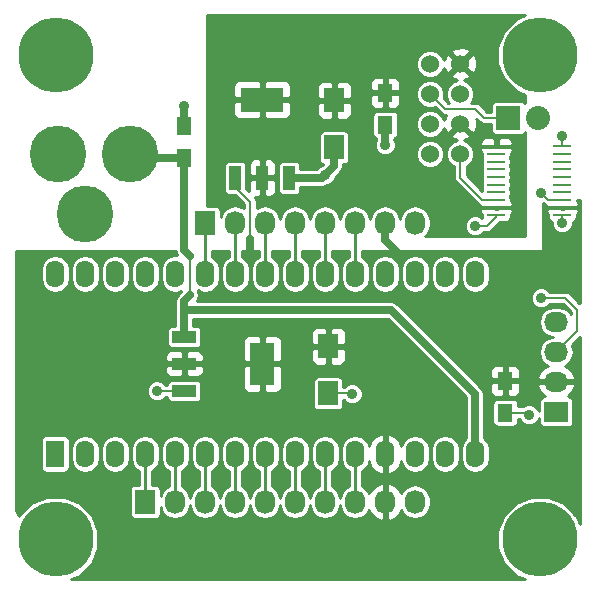
<source format=gbl>
G04 #@! TF.FileFunction,Copper,L2,Bot,Signal*
%FSLAX46Y46*%
G04 Gerber Fmt 4.6, Leading zero omitted, Abs format (unit mm)*
G04 Created by KiCad (PCBNEW (after 2015-mar-04 BZR unknown)-product) date 7/24/2015 5:09:29 PM*
%MOMM*%
G01*
G04 APERTURE LIST*
%ADD10C,0.150000*%
%ADD11C,6.350000*%
%ADD12R,1.300000X1.500000*%
%ADD13R,1.700000X2.000000*%
%ADD14R,2.032000X1.727200*%
%ADD15O,2.032000X1.727200*%
%ADD16R,1.550000X0.250000*%
%ADD17R,3.657600X2.032000*%
%ADD18R,1.016000X2.032000*%
%ADD19R,1.574800X2.286000*%
%ADD20O,1.574800X2.286000*%
%ADD21R,2.032000X3.657600*%
%ADD22R,2.032000X1.016000*%
%ADD23C,4.800600*%
%ADD24C,1.524000*%
%ADD25R,1.727200X2.032000*%
%ADD26O,1.727200X2.032000*%
%ADD27R,2.032000X2.032000*%
%ADD28O,2.032000X2.032000*%
%ADD29C,0.889000*%
%ADD30C,0.203200*%
%ADD31C,0.635000*%
%ADD32C,0.254000*%
G04 APERTURE END LIST*
D10*
D11*
X14000000Y-55000000D03*
X55000000Y-55000000D03*
X55000000Y-14000000D03*
X14000000Y-14000000D03*
D12*
X41910000Y-17192000D03*
X41910000Y-19892000D03*
D13*
X37592000Y-17812000D03*
X37592000Y-21812000D03*
D14*
X56388000Y-44196000D03*
D15*
X56388000Y-41656000D03*
X56388000Y-39116000D03*
X56388000Y-36576000D03*
D16*
X56902000Y-21688000D03*
X56902000Y-22363000D03*
X56902000Y-23013000D03*
X56902000Y-23663000D03*
X56902000Y-24313000D03*
X56902000Y-24963000D03*
X56902000Y-25613000D03*
X56902000Y-26263000D03*
X56902000Y-26913000D03*
X56902000Y-27563000D03*
X51302000Y-27563000D03*
X51302000Y-26913000D03*
X51302000Y-26263000D03*
X51302000Y-25613000D03*
X51302000Y-24963000D03*
X51302000Y-24313000D03*
X51302000Y-23663000D03*
X51302000Y-23013000D03*
X51302000Y-22363000D03*
X51302000Y-21713000D03*
D17*
X31496000Y-17780000D03*
D18*
X31496000Y-24384000D03*
X29210000Y-24384000D03*
X33782000Y-24384000D03*
D19*
X13970000Y-47752000D03*
D20*
X16510000Y-47752000D03*
X19050000Y-47752000D03*
X21590000Y-47752000D03*
X24130000Y-47752000D03*
X26670000Y-47752000D03*
X29210000Y-47752000D03*
X31750000Y-47752000D03*
X34290000Y-47752000D03*
X36830000Y-47752000D03*
X39370000Y-47752000D03*
X41910000Y-47752000D03*
X44450000Y-47752000D03*
X46990000Y-47752000D03*
X49530000Y-47752000D03*
X49530000Y-32512000D03*
X46990000Y-32512000D03*
X44450000Y-32512000D03*
X41910000Y-32512000D03*
X39370000Y-32512000D03*
X36830000Y-32512000D03*
X34290000Y-32512000D03*
X31750000Y-32512000D03*
X29210000Y-32512000D03*
X26670000Y-32512000D03*
X24130000Y-32512000D03*
X21590000Y-32512000D03*
X19050000Y-32512000D03*
X16510000Y-32512000D03*
X13970000Y-32512000D03*
D12*
X24892000Y-22686000D03*
X24892000Y-19986000D03*
D13*
X37084000Y-38640000D03*
X37084000Y-42640000D03*
D12*
X52070000Y-41576000D03*
X52070000Y-44276000D03*
D21*
X31496000Y-40132000D03*
D22*
X24892000Y-40132000D03*
X24892000Y-37846000D03*
X24892000Y-42418000D03*
D23*
X14224000Y-22352000D03*
X20320000Y-22352000D03*
X16510000Y-27432000D03*
D24*
X48260000Y-22352000D03*
X45720000Y-22352000D03*
X48260000Y-19812000D03*
X45720000Y-19812000D03*
X48260000Y-17272000D03*
X45720000Y-17272000D03*
X48260000Y-14732000D03*
X45720000Y-14732000D03*
D25*
X21590000Y-51816000D03*
D26*
X24130000Y-51816000D03*
X26670000Y-51816000D03*
X29210000Y-51816000D03*
X31750000Y-51816000D03*
X34290000Y-51816000D03*
X36830000Y-51816000D03*
X39370000Y-51816000D03*
X41910000Y-51816000D03*
X44450000Y-51816000D03*
D25*
X26670000Y-28194000D03*
D26*
X29210000Y-28194000D03*
X31750000Y-28194000D03*
X34290000Y-28194000D03*
X36830000Y-28194000D03*
X39370000Y-28194000D03*
X41910000Y-28194000D03*
X44450000Y-28194000D03*
D27*
X52324000Y-19304000D03*
D28*
X54864000Y-19304000D03*
D29*
X56896000Y-20828000D03*
X41910000Y-21590000D03*
X36830000Y-24130000D03*
X24892000Y-18288000D03*
X22606000Y-42418000D03*
X39116000Y-42672000D03*
X54102000Y-44450000D03*
X55118000Y-25654000D03*
X55118000Y-34544000D03*
X56896000Y-28194000D03*
X49530000Y-28448000D03*
X51308000Y-51308000D03*
D30*
X56902000Y-21688000D02*
X56902000Y-20834000D01*
X56902000Y-20834000D02*
X56896000Y-20828000D01*
D31*
X41910000Y-19892000D02*
X41910000Y-21590000D01*
X37592000Y-21812000D02*
X37592000Y-23368000D01*
X36576000Y-24384000D02*
X36830000Y-24130000D01*
X36576000Y-24384000D02*
X33782000Y-24384000D01*
X37592000Y-23368000D02*
X36830000Y-24130000D01*
X24892000Y-19986000D02*
X24892000Y-18288000D01*
D30*
X24892000Y-42418000D02*
X22606000Y-42418000D01*
X39084000Y-42640000D02*
X39116000Y-42672000D01*
X37084000Y-42640000D02*
X39084000Y-42640000D01*
X53928000Y-44276000D02*
X54102000Y-44450000D01*
X52070000Y-44276000D02*
X53928000Y-44276000D01*
X58166000Y-37338000D02*
X56388000Y-39116000D01*
X58166000Y-35560000D02*
X58166000Y-37338000D01*
X55727000Y-26263000D02*
X55118000Y-25654000D01*
X56902000Y-26263000D02*
X55727000Y-26263000D01*
X55118000Y-34544000D02*
X57150000Y-34544000D01*
X57150000Y-34544000D02*
X58166000Y-35560000D01*
X56902000Y-36062000D02*
X56388000Y-36576000D01*
X56902000Y-28188000D02*
X56896000Y-28194000D01*
X56902000Y-27563000D02*
X56902000Y-28188000D01*
X51302000Y-27692000D02*
X50546000Y-28448000D01*
X50546000Y-28448000D02*
X49530000Y-28448000D01*
X51302000Y-27563000D02*
X51302000Y-27692000D01*
X51302000Y-26263000D02*
X50139000Y-26263000D01*
X48260000Y-24384000D02*
X48260000Y-22352000D01*
X50139000Y-26263000D02*
X48260000Y-24384000D01*
D31*
X41910000Y-28194000D02*
X41910000Y-29610000D01*
X41910000Y-29610000D02*
X43100000Y-30800000D01*
X30480000Y-29600000D02*
X30480000Y-30680000D01*
D30*
X29210000Y-25146000D02*
X30480000Y-26416000D01*
X30480000Y-30700000D02*
X30480000Y-34290000D01*
X30480000Y-26416000D02*
X30480000Y-29600000D01*
D31*
X30480000Y-30680000D02*
X30500000Y-30700000D01*
X30500000Y-30700000D02*
X30480000Y-30700000D01*
D30*
X29210000Y-24384000D02*
X29210000Y-25146000D01*
D31*
X24892000Y-30480000D02*
X25400000Y-30988000D01*
X24892000Y-34798000D02*
X25400000Y-34290000D01*
D30*
X25400000Y-30988000D02*
X25400000Y-34290000D01*
D31*
X24892000Y-35560000D02*
X24892000Y-34798000D01*
X24892000Y-22686000D02*
X24892000Y-30480000D01*
X24892000Y-37846000D02*
X24892000Y-35560000D01*
X24892000Y-22686000D02*
X20654000Y-22686000D01*
X20654000Y-22686000D02*
X20320000Y-22352000D01*
X42418000Y-35560000D02*
X49530000Y-42672000D01*
X49530000Y-42672000D02*
X49530000Y-47752000D01*
X24892000Y-35560000D02*
X42418000Y-35560000D01*
D32*
X21590000Y-51816000D02*
X21590000Y-47752000D01*
X24130000Y-51816000D02*
X24130000Y-47752000D01*
X26670000Y-51816000D02*
X26670000Y-47752000D01*
X29210000Y-51816000D02*
X29210000Y-47752000D01*
X31750000Y-51816000D02*
X31750000Y-47752000D01*
X34290000Y-51816000D02*
X34290000Y-47752000D01*
X36830000Y-51816000D02*
X36830000Y-47752000D01*
X39370000Y-51816000D02*
X39370000Y-47752000D01*
X26670000Y-28194000D02*
X26670000Y-32512000D01*
X29210000Y-28194000D02*
X29210000Y-32512000D01*
X31750000Y-28194000D02*
X31750000Y-32512000D01*
X34290000Y-28194000D02*
X34290000Y-32512000D01*
X36830000Y-28194000D02*
X36830000Y-32512000D01*
X39370000Y-28194000D02*
X39370000Y-32512000D01*
D30*
X50292000Y-19304000D02*
X49530000Y-18542000D01*
X49530000Y-18542000D02*
X46990000Y-18542000D01*
X46990000Y-18542000D02*
X45720000Y-17272000D01*
X52324000Y-19304000D02*
X50292000Y-19304000D01*
D32*
G36*
X53721000Y-29337000D02*
X52712000Y-29337000D01*
X52712000Y-27164309D01*
X52712000Y-27134250D01*
X52712000Y-26691750D01*
X52712000Y-26661691D01*
X52615327Y-26428302D01*
X52517259Y-26330233D01*
X52517259Y-26138000D01*
X52485315Y-25973356D01*
X52462440Y-25938533D01*
X52483216Y-25907755D01*
X52517259Y-25738000D01*
X52517259Y-25488000D01*
X52485315Y-25323356D01*
X52462440Y-25288533D01*
X52483216Y-25257755D01*
X52517259Y-25088000D01*
X52517259Y-24838000D01*
X52485315Y-24673356D01*
X52462440Y-24638533D01*
X52483216Y-24607755D01*
X52517259Y-24438000D01*
X52517259Y-24188000D01*
X52485315Y-24023356D01*
X52462440Y-23988533D01*
X52483216Y-23957755D01*
X52517259Y-23788000D01*
X52517259Y-23538000D01*
X52485315Y-23373356D01*
X52462440Y-23338533D01*
X52483216Y-23307755D01*
X52517259Y-23138000D01*
X52517259Y-22888000D01*
X52485315Y-22723356D01*
X52462440Y-22688533D01*
X52483216Y-22657755D01*
X52517259Y-22488000D01*
X52517259Y-22295766D01*
X52615327Y-22197698D01*
X52712000Y-21964309D01*
X52712000Y-21934250D01*
X52712000Y-21491750D01*
X52712000Y-21461691D01*
X52615327Y-21228302D01*
X52436699Y-21049673D01*
X52203310Y-20953000D01*
X51950691Y-20953000D01*
X51587750Y-20953000D01*
X51429000Y-21111750D01*
X51429000Y-21650500D01*
X52553250Y-21650500D01*
X52712000Y-21491750D01*
X52712000Y-21934250D01*
X52553250Y-21775500D01*
X51429000Y-21775500D01*
X51429000Y-21797741D01*
X51175000Y-21797741D01*
X51175000Y-21775500D01*
X51175000Y-21650500D01*
X51175000Y-21111750D01*
X51016250Y-20953000D01*
X50653309Y-20953000D01*
X50400690Y-20953000D01*
X50167301Y-21049673D01*
X49988673Y-21228302D01*
X49892000Y-21461691D01*
X49892000Y-21491750D01*
X50050750Y-21650500D01*
X51175000Y-21650500D01*
X51175000Y-21775500D01*
X50050750Y-21775500D01*
X49892000Y-21934250D01*
X49892000Y-21964309D01*
X49988673Y-22197698D01*
X50086741Y-22295766D01*
X50086741Y-22488000D01*
X50118685Y-22652644D01*
X50141559Y-22687466D01*
X50120784Y-22718245D01*
X50086741Y-22888000D01*
X50086741Y-23138000D01*
X50118685Y-23302644D01*
X50141559Y-23337466D01*
X50120784Y-23368245D01*
X50086741Y-23538000D01*
X50086741Y-23788000D01*
X50118685Y-23952644D01*
X50141559Y-23987466D01*
X50120784Y-24018245D01*
X50086741Y-24188000D01*
X50086741Y-24438000D01*
X50118685Y-24602644D01*
X50141559Y-24637466D01*
X50120784Y-24668245D01*
X50086741Y-24838000D01*
X50086741Y-25088000D01*
X50118685Y-25252644D01*
X50141559Y-25287466D01*
X50120784Y-25318245D01*
X50092019Y-25461677D01*
X48793400Y-24163058D01*
X48793400Y-23423297D01*
X48935350Y-23364645D01*
X49271464Y-23029116D01*
X49453592Y-22590503D01*
X49454007Y-22115580D01*
X49272645Y-21676650D01*
X48937116Y-21340536D01*
X48585337Y-21194464D01*
X48607368Y-21193362D01*
X48991143Y-21034397D01*
X49060608Y-20792213D01*
X48260000Y-19991605D01*
X47459392Y-20792213D01*
X47528857Y-21034397D01*
X47954869Y-21186383D01*
X47584650Y-21339355D01*
X47248536Y-21674884D01*
X47066408Y-22113497D01*
X47065993Y-22588420D01*
X47247355Y-23027350D01*
X47582884Y-23363464D01*
X47726600Y-23423140D01*
X47726600Y-24384000D01*
X47767203Y-24588123D01*
X47882829Y-24761171D01*
X49761829Y-26640171D01*
X49934876Y-26755797D01*
X49934877Y-26755797D01*
X49961303Y-26761053D01*
X50050750Y-26850500D01*
X51175000Y-26850500D01*
X51175000Y-26828259D01*
X51429000Y-26828259D01*
X51429000Y-26850500D01*
X52553250Y-26850500D01*
X52712000Y-26691750D01*
X52712000Y-27134250D01*
X52553250Y-26975500D01*
X51429000Y-26975500D01*
X51429000Y-26997741D01*
X51175000Y-26997741D01*
X51175000Y-26975500D01*
X50050750Y-26975500D01*
X49892000Y-27134250D01*
X49892000Y-27164309D01*
X49988673Y-27397698D01*
X50086741Y-27495766D01*
X50086741Y-27688000D01*
X50105370Y-27784016D01*
X50027032Y-27705542D01*
X49705072Y-27571852D01*
X49356458Y-27571548D01*
X49034264Y-27704676D01*
X48787542Y-27950968D01*
X48653852Y-28272928D01*
X48653548Y-28621542D01*
X48786676Y-28943736D01*
X49032968Y-29190458D01*
X49354928Y-29324148D01*
X49703542Y-29324452D01*
X50025736Y-29191324D01*
X50236026Y-28981400D01*
X50546000Y-28981400D01*
X50750123Y-28940797D01*
X50923171Y-28825171D01*
X51620082Y-28128259D01*
X52077000Y-28128259D01*
X52241644Y-28096315D01*
X52386351Y-28001258D01*
X52483216Y-27857755D01*
X52517259Y-27688000D01*
X52517259Y-27495766D01*
X52615327Y-27397698D01*
X52712000Y-27164309D01*
X52712000Y-29337000D01*
X46914007Y-29337000D01*
X46914007Y-22115580D01*
X46732645Y-21676650D01*
X46397116Y-21340536D01*
X45958503Y-21158408D01*
X45483580Y-21157993D01*
X45044650Y-21339355D01*
X44708536Y-21674884D01*
X44526408Y-22113497D01*
X44525993Y-22588420D01*
X44707355Y-23027350D01*
X45042884Y-23363464D01*
X45481497Y-23545592D01*
X45956420Y-23546007D01*
X46395350Y-23364645D01*
X46731464Y-23029116D01*
X46913592Y-22590503D01*
X46914007Y-22115580D01*
X46914007Y-29337000D01*
X45296768Y-29337000D01*
X45365986Y-29290750D01*
X45646794Y-28870492D01*
X45745400Y-28374764D01*
X45745400Y-28013236D01*
X45646794Y-27517508D01*
X45365986Y-27097250D01*
X44945728Y-26816442D01*
X44450000Y-26717836D01*
X43954272Y-26816442D01*
X43534014Y-27097250D01*
X43253206Y-27517508D01*
X43195000Y-27810130D01*
X43195000Y-18068309D01*
X43195000Y-17477750D01*
X43195000Y-16906250D01*
X43195000Y-16315691D01*
X43098327Y-16082302D01*
X42919699Y-15903673D01*
X42686310Y-15807000D01*
X42433691Y-15807000D01*
X42195750Y-15807000D01*
X42037000Y-15965750D01*
X42037000Y-17065000D01*
X43036250Y-17065000D01*
X43195000Y-16906250D01*
X43195000Y-17477750D01*
X43036250Y-17319000D01*
X42037000Y-17319000D01*
X42037000Y-18418250D01*
X42195750Y-18577000D01*
X42433691Y-18577000D01*
X42686310Y-18577000D01*
X42919699Y-18480327D01*
X43098327Y-18301698D01*
X43195000Y-18068309D01*
X43195000Y-27810130D01*
X43180000Y-27885541D01*
X43106794Y-27517508D01*
X43000259Y-27358067D01*
X43000259Y-20642000D01*
X43000259Y-19142000D01*
X42968315Y-18977356D01*
X42873258Y-18832649D01*
X42729755Y-18735784D01*
X42560000Y-18701741D01*
X41783000Y-18701741D01*
X41783000Y-18418250D01*
X41783000Y-17319000D01*
X41783000Y-17065000D01*
X41783000Y-15965750D01*
X41624250Y-15807000D01*
X41386309Y-15807000D01*
X41133690Y-15807000D01*
X40900301Y-15903673D01*
X40721673Y-16082302D01*
X40625000Y-16315691D01*
X40625000Y-16906250D01*
X40783750Y-17065000D01*
X41783000Y-17065000D01*
X41783000Y-17319000D01*
X40783750Y-17319000D01*
X40625000Y-17477750D01*
X40625000Y-18068309D01*
X40721673Y-18301698D01*
X40900301Y-18480327D01*
X41133690Y-18577000D01*
X41386309Y-18577000D01*
X41624250Y-18577000D01*
X41783000Y-18418250D01*
X41783000Y-18701741D01*
X41260000Y-18701741D01*
X41095356Y-18733685D01*
X40950649Y-18828742D01*
X40853784Y-18972245D01*
X40819741Y-19142000D01*
X40819741Y-20642000D01*
X40851685Y-20806644D01*
X40946742Y-20951351D01*
X41090245Y-21048216D01*
X41160700Y-21062345D01*
X41160700Y-21109445D01*
X41033852Y-21414928D01*
X41033548Y-21763542D01*
X41166676Y-22085736D01*
X41412968Y-22332458D01*
X41734928Y-22466148D01*
X42083542Y-22466452D01*
X42405736Y-22333324D01*
X42652458Y-22087032D01*
X42786148Y-21765072D01*
X42786452Y-21416458D01*
X42659300Y-21108727D01*
X42659300Y-21062992D01*
X42724644Y-21050315D01*
X42869351Y-20955258D01*
X42966216Y-20811755D01*
X43000259Y-20642000D01*
X43000259Y-27358067D01*
X42825986Y-27097250D01*
X42405728Y-26816442D01*
X41910000Y-26717836D01*
X41414272Y-26816442D01*
X40994014Y-27097250D01*
X40713206Y-27517508D01*
X40640000Y-27885541D01*
X40566794Y-27517508D01*
X40285986Y-27097250D01*
X39865728Y-26816442D01*
X39370000Y-26717836D01*
X39077000Y-26776117D01*
X39077000Y-18938309D01*
X39077000Y-18097750D01*
X39077000Y-17526250D01*
X39077000Y-16685691D01*
X38980327Y-16452302D01*
X38801699Y-16273673D01*
X38568310Y-16177000D01*
X38315691Y-16177000D01*
X37877750Y-16177000D01*
X37719000Y-16335750D01*
X37719000Y-17685000D01*
X38918250Y-17685000D01*
X39077000Y-17526250D01*
X39077000Y-18097750D01*
X38918250Y-17939000D01*
X37719000Y-17939000D01*
X37719000Y-19288250D01*
X37877750Y-19447000D01*
X38315691Y-19447000D01*
X38568310Y-19447000D01*
X38801699Y-19350327D01*
X38980327Y-19171698D01*
X39077000Y-18938309D01*
X39077000Y-26776117D01*
X38882259Y-26814853D01*
X38882259Y-22812000D01*
X38882259Y-20812000D01*
X38850315Y-20647356D01*
X38755258Y-20502649D01*
X38611755Y-20405784D01*
X38442000Y-20371741D01*
X37465000Y-20371741D01*
X37465000Y-19288250D01*
X37465000Y-17939000D01*
X37465000Y-17685000D01*
X37465000Y-16335750D01*
X37306250Y-16177000D01*
X36868309Y-16177000D01*
X36615690Y-16177000D01*
X36382301Y-16273673D01*
X36203673Y-16452302D01*
X36107000Y-16685691D01*
X36107000Y-17526250D01*
X36265750Y-17685000D01*
X37465000Y-17685000D01*
X37465000Y-17939000D01*
X36265750Y-17939000D01*
X36107000Y-18097750D01*
X36107000Y-18938309D01*
X36203673Y-19171698D01*
X36382301Y-19350327D01*
X36615690Y-19447000D01*
X36868309Y-19447000D01*
X37306250Y-19447000D01*
X37465000Y-19288250D01*
X37465000Y-20371741D01*
X36742000Y-20371741D01*
X36577356Y-20403685D01*
X36432649Y-20498742D01*
X36335784Y-20642245D01*
X36301741Y-20812000D01*
X36301741Y-22812000D01*
X36333685Y-22976644D01*
X36428742Y-23121351D01*
X36572245Y-23218216D01*
X36663761Y-23236568D01*
X36639968Y-23260361D01*
X36334264Y-23386676D01*
X36087542Y-23632968D01*
X36086822Y-23634700D01*
X34730259Y-23634700D01*
X34730259Y-23368000D01*
X34698315Y-23203356D01*
X34603258Y-23058649D01*
X34459755Y-22961784D01*
X34290000Y-22927741D01*
X33959800Y-22927741D01*
X33959800Y-18922310D01*
X33959800Y-18669691D01*
X33959800Y-18065750D01*
X33959800Y-17494250D01*
X33959800Y-16890309D01*
X33959800Y-16637690D01*
X33863127Y-16404301D01*
X33684498Y-16225673D01*
X33451109Y-16129000D01*
X31781750Y-16129000D01*
X31623000Y-16287750D01*
X31623000Y-17653000D01*
X33801050Y-17653000D01*
X33959800Y-17494250D01*
X33959800Y-18065750D01*
X33801050Y-17907000D01*
X31623000Y-17907000D01*
X31623000Y-19272250D01*
X31781750Y-19431000D01*
X33451109Y-19431000D01*
X33684498Y-19334327D01*
X33863127Y-19155699D01*
X33959800Y-18922310D01*
X33959800Y-22927741D01*
X33274000Y-22927741D01*
X33109356Y-22959685D01*
X32964649Y-23054742D01*
X32867784Y-23198245D01*
X32833741Y-23368000D01*
X32833741Y-25400000D01*
X32865685Y-25564644D01*
X32960742Y-25709351D01*
X33104245Y-25806216D01*
X33274000Y-25840259D01*
X34290000Y-25840259D01*
X34454644Y-25808315D01*
X34599351Y-25713258D01*
X34696216Y-25569755D01*
X34730259Y-25400000D01*
X34730259Y-25133300D01*
X36576000Y-25133300D01*
X36862745Y-25076263D01*
X36967271Y-25006420D01*
X37003542Y-25006452D01*
X37325736Y-24873324D01*
X37572458Y-24627032D01*
X37700147Y-24319522D01*
X38121835Y-23897835D01*
X38284263Y-23654745D01*
X38284263Y-23654744D01*
X38341300Y-23368000D01*
X38341300Y-23252259D01*
X38442000Y-23252259D01*
X38606644Y-23220315D01*
X38751351Y-23125258D01*
X38848216Y-22981755D01*
X38882259Y-22812000D01*
X38882259Y-26814853D01*
X38874272Y-26816442D01*
X38454014Y-27097250D01*
X38173206Y-27517508D01*
X38100000Y-27885541D01*
X38026794Y-27517508D01*
X37745986Y-27097250D01*
X37325728Y-26816442D01*
X36830000Y-26717836D01*
X36334272Y-26816442D01*
X35914014Y-27097250D01*
X35633206Y-27517508D01*
X35560000Y-27885541D01*
X35486794Y-27517508D01*
X35205986Y-27097250D01*
X34785728Y-26816442D01*
X34290000Y-26717836D01*
X33794272Y-26816442D01*
X33374014Y-27097250D01*
X33093206Y-27517508D01*
X33020000Y-27885541D01*
X32946794Y-27517508D01*
X32665986Y-27097250D01*
X32639000Y-27079218D01*
X32639000Y-25526310D01*
X32639000Y-25273691D01*
X32639000Y-24669750D01*
X32639000Y-24098250D01*
X32639000Y-23494309D01*
X32639000Y-23241690D01*
X32542327Y-23008301D01*
X32363698Y-22829673D01*
X32130309Y-22733000D01*
X31781750Y-22733000D01*
X31623000Y-22891750D01*
X31623000Y-24257000D01*
X32480250Y-24257000D01*
X32639000Y-24098250D01*
X32639000Y-24669750D01*
X32480250Y-24511000D01*
X31623000Y-24511000D01*
X31623000Y-25876250D01*
X31781750Y-26035000D01*
X32130309Y-26035000D01*
X32363698Y-25938327D01*
X32542327Y-25759699D01*
X32639000Y-25526310D01*
X32639000Y-27079218D01*
X32245728Y-26816442D01*
X31750000Y-26717836D01*
X31254272Y-26816442D01*
X31013400Y-26977387D01*
X31013400Y-26416000D01*
X30972797Y-26211877D01*
X30972797Y-26211876D01*
X30857171Y-26038829D01*
X30847438Y-26029096D01*
X30861691Y-26035000D01*
X31210250Y-26035000D01*
X31369000Y-25876250D01*
X31369000Y-24511000D01*
X31369000Y-24257000D01*
X31369000Y-22891750D01*
X31369000Y-19272250D01*
X31369000Y-17907000D01*
X31369000Y-17653000D01*
X31369000Y-16287750D01*
X31210250Y-16129000D01*
X29540891Y-16129000D01*
X29307502Y-16225673D01*
X29128873Y-16404301D01*
X29032200Y-16637690D01*
X29032200Y-16890309D01*
X29032200Y-17494250D01*
X29190950Y-17653000D01*
X31369000Y-17653000D01*
X31369000Y-17907000D01*
X29190950Y-17907000D01*
X29032200Y-18065750D01*
X29032200Y-18669691D01*
X29032200Y-18922310D01*
X29128873Y-19155699D01*
X29307502Y-19334327D01*
X29540891Y-19431000D01*
X31210250Y-19431000D01*
X31369000Y-19272250D01*
X31369000Y-22891750D01*
X31210250Y-22733000D01*
X30861691Y-22733000D01*
X30628302Y-22829673D01*
X30449673Y-23008301D01*
X30353000Y-23241690D01*
X30353000Y-23494309D01*
X30353000Y-24098250D01*
X30511750Y-24257000D01*
X31369000Y-24257000D01*
X31369000Y-24511000D01*
X30511750Y-24511000D01*
X30353000Y-24669750D01*
X30353000Y-25273691D01*
X30353000Y-25526310D01*
X30358902Y-25540560D01*
X30158259Y-25339917D01*
X30158259Y-23368000D01*
X30126315Y-23203356D01*
X30031258Y-23058649D01*
X29887755Y-22961784D01*
X29718000Y-22927741D01*
X28702000Y-22927741D01*
X28537356Y-22959685D01*
X28392649Y-23054742D01*
X28295784Y-23198245D01*
X28261741Y-23368000D01*
X28261741Y-25400000D01*
X28293685Y-25564644D01*
X28388742Y-25709351D01*
X28532245Y-25806216D01*
X28702000Y-25840259D01*
X29149917Y-25840259D01*
X29946600Y-26636942D01*
X29946600Y-26977387D01*
X29705728Y-26816442D01*
X29210000Y-26717836D01*
X28714272Y-26816442D01*
X28294014Y-27097250D01*
X28013206Y-27517508D01*
X27973859Y-27715319D01*
X27973859Y-27178000D01*
X27941915Y-27013356D01*
X27846858Y-26868649D01*
X27703355Y-26771784D01*
X27533600Y-26737741D01*
X26797000Y-26737741D01*
X26797000Y-10622300D01*
X53721000Y-10622300D01*
X53721000Y-10625909D01*
X52959581Y-10940521D01*
X51944087Y-11954245D01*
X51393828Y-13279416D01*
X51392576Y-14714289D01*
X51940521Y-16040419D01*
X52954245Y-17055913D01*
X53721000Y-17374297D01*
X53721000Y-18081773D01*
X53653258Y-17978649D01*
X53509755Y-17881784D01*
X53340000Y-17847741D01*
X51308000Y-17847741D01*
X51143356Y-17879685D01*
X50998649Y-17974742D01*
X50901784Y-18118245D01*
X50867741Y-18288000D01*
X50867741Y-18770600D01*
X50512942Y-18770600D01*
X49907171Y-18164829D01*
X49734123Y-18049203D01*
X49669144Y-18036277D01*
X49669144Y-14939698D01*
X49641362Y-14384632D01*
X49482397Y-14000857D01*
X49240213Y-13931392D01*
X49060608Y-14110997D01*
X49060608Y-13751787D01*
X48991143Y-13509603D01*
X48467698Y-13322856D01*
X47912632Y-13350638D01*
X47528857Y-13509603D01*
X47459392Y-13751787D01*
X48260000Y-14552395D01*
X49060608Y-13751787D01*
X49060608Y-14110997D01*
X48439605Y-14732000D01*
X49240213Y-15532608D01*
X49482397Y-15463143D01*
X49669144Y-14939698D01*
X49669144Y-18036277D01*
X49530000Y-18008600D01*
X49211876Y-18008600D01*
X49271464Y-17949116D01*
X49453592Y-17510503D01*
X49454007Y-17035580D01*
X49272645Y-16596650D01*
X48937116Y-16260536D01*
X48585337Y-16114464D01*
X48607368Y-16113362D01*
X48991143Y-15954397D01*
X49060608Y-15712213D01*
X48260000Y-14911605D01*
X48080395Y-15091210D01*
X48080395Y-14732000D01*
X47279787Y-13931392D01*
X47037603Y-14000857D01*
X46885616Y-14426869D01*
X46732645Y-14056650D01*
X46397116Y-13720536D01*
X45958503Y-13538408D01*
X45483580Y-13537993D01*
X45044650Y-13719355D01*
X44708536Y-14054884D01*
X44526408Y-14493497D01*
X44525993Y-14968420D01*
X44707355Y-15407350D01*
X45042884Y-15743464D01*
X45481497Y-15925592D01*
X45956420Y-15926007D01*
X46395350Y-15744645D01*
X46731464Y-15409116D01*
X46877535Y-15057337D01*
X46878638Y-15079368D01*
X47037603Y-15463143D01*
X47279787Y-15532608D01*
X48080395Y-14732000D01*
X48080395Y-15091210D01*
X47459392Y-15712213D01*
X47528857Y-15954397D01*
X47954869Y-16106383D01*
X47584650Y-16259355D01*
X47248536Y-16594884D01*
X47066408Y-17033497D01*
X47065993Y-17508420D01*
X47247355Y-17947350D01*
X47308498Y-18008600D01*
X47210942Y-18008600D01*
X46854691Y-17652349D01*
X46913592Y-17510503D01*
X46914007Y-17035580D01*
X46732645Y-16596650D01*
X46397116Y-16260536D01*
X45958503Y-16078408D01*
X45483580Y-16077993D01*
X45044650Y-16259355D01*
X44708536Y-16594884D01*
X44526408Y-17033497D01*
X44525993Y-17508420D01*
X44707355Y-17947350D01*
X45042884Y-18283464D01*
X45481497Y-18465592D01*
X45956420Y-18466007D01*
X46100239Y-18406581D01*
X46612829Y-18919171D01*
X46785876Y-19034797D01*
X46785877Y-19034797D01*
X46990000Y-19075400D01*
X47056628Y-19075400D01*
X47037603Y-19080857D01*
X46885616Y-19506869D01*
X46732645Y-19136650D01*
X46397116Y-18800536D01*
X45958503Y-18618408D01*
X45483580Y-18617993D01*
X45044650Y-18799355D01*
X44708536Y-19134884D01*
X44526408Y-19573497D01*
X44525993Y-20048420D01*
X44707355Y-20487350D01*
X45042884Y-20823464D01*
X45481497Y-21005592D01*
X45956420Y-21006007D01*
X46395350Y-20824645D01*
X46731464Y-20489116D01*
X46877535Y-20137337D01*
X46878638Y-20159368D01*
X47037603Y-20543143D01*
X47279787Y-20612608D01*
X48080395Y-19812000D01*
X48066252Y-19797857D01*
X48245857Y-19618252D01*
X48260000Y-19632395D01*
X48274142Y-19618252D01*
X48453747Y-19797857D01*
X48439605Y-19812000D01*
X49240213Y-20612608D01*
X49482397Y-20543143D01*
X49669144Y-20019698D01*
X49641362Y-19464632D01*
X49601107Y-19367449D01*
X49914829Y-19681171D01*
X50087877Y-19796797D01*
X50292000Y-19837401D01*
X50292000Y-19837400D01*
X50292005Y-19837400D01*
X50867741Y-19837400D01*
X50867741Y-20320000D01*
X50899685Y-20484644D01*
X50994742Y-20629351D01*
X51138245Y-20726216D01*
X51308000Y-20760259D01*
X53340000Y-20760259D01*
X53504644Y-20728315D01*
X53649351Y-20633258D01*
X53721000Y-20527111D01*
X53721000Y-29337000D01*
X53721000Y-29337000D01*
G37*
X53721000Y-29337000D02*
X52712000Y-29337000D01*
X52712000Y-27164309D01*
X52712000Y-27134250D01*
X52712000Y-26691750D01*
X52712000Y-26661691D01*
X52615327Y-26428302D01*
X52517259Y-26330233D01*
X52517259Y-26138000D01*
X52485315Y-25973356D01*
X52462440Y-25938533D01*
X52483216Y-25907755D01*
X52517259Y-25738000D01*
X52517259Y-25488000D01*
X52485315Y-25323356D01*
X52462440Y-25288533D01*
X52483216Y-25257755D01*
X52517259Y-25088000D01*
X52517259Y-24838000D01*
X52485315Y-24673356D01*
X52462440Y-24638533D01*
X52483216Y-24607755D01*
X52517259Y-24438000D01*
X52517259Y-24188000D01*
X52485315Y-24023356D01*
X52462440Y-23988533D01*
X52483216Y-23957755D01*
X52517259Y-23788000D01*
X52517259Y-23538000D01*
X52485315Y-23373356D01*
X52462440Y-23338533D01*
X52483216Y-23307755D01*
X52517259Y-23138000D01*
X52517259Y-22888000D01*
X52485315Y-22723356D01*
X52462440Y-22688533D01*
X52483216Y-22657755D01*
X52517259Y-22488000D01*
X52517259Y-22295766D01*
X52615327Y-22197698D01*
X52712000Y-21964309D01*
X52712000Y-21934250D01*
X52712000Y-21491750D01*
X52712000Y-21461691D01*
X52615327Y-21228302D01*
X52436699Y-21049673D01*
X52203310Y-20953000D01*
X51950691Y-20953000D01*
X51587750Y-20953000D01*
X51429000Y-21111750D01*
X51429000Y-21650500D01*
X52553250Y-21650500D01*
X52712000Y-21491750D01*
X52712000Y-21934250D01*
X52553250Y-21775500D01*
X51429000Y-21775500D01*
X51429000Y-21797741D01*
X51175000Y-21797741D01*
X51175000Y-21775500D01*
X51175000Y-21650500D01*
X51175000Y-21111750D01*
X51016250Y-20953000D01*
X50653309Y-20953000D01*
X50400690Y-20953000D01*
X50167301Y-21049673D01*
X49988673Y-21228302D01*
X49892000Y-21461691D01*
X49892000Y-21491750D01*
X50050750Y-21650500D01*
X51175000Y-21650500D01*
X51175000Y-21775500D01*
X50050750Y-21775500D01*
X49892000Y-21934250D01*
X49892000Y-21964309D01*
X49988673Y-22197698D01*
X50086741Y-22295766D01*
X50086741Y-22488000D01*
X50118685Y-22652644D01*
X50141559Y-22687466D01*
X50120784Y-22718245D01*
X50086741Y-22888000D01*
X50086741Y-23138000D01*
X50118685Y-23302644D01*
X50141559Y-23337466D01*
X50120784Y-23368245D01*
X50086741Y-23538000D01*
X50086741Y-23788000D01*
X50118685Y-23952644D01*
X50141559Y-23987466D01*
X50120784Y-24018245D01*
X50086741Y-24188000D01*
X50086741Y-24438000D01*
X50118685Y-24602644D01*
X50141559Y-24637466D01*
X50120784Y-24668245D01*
X50086741Y-24838000D01*
X50086741Y-25088000D01*
X50118685Y-25252644D01*
X50141559Y-25287466D01*
X50120784Y-25318245D01*
X50092019Y-25461677D01*
X48793400Y-24163058D01*
X48793400Y-23423297D01*
X48935350Y-23364645D01*
X49271464Y-23029116D01*
X49453592Y-22590503D01*
X49454007Y-22115580D01*
X49272645Y-21676650D01*
X48937116Y-21340536D01*
X48585337Y-21194464D01*
X48607368Y-21193362D01*
X48991143Y-21034397D01*
X49060608Y-20792213D01*
X48260000Y-19991605D01*
X47459392Y-20792213D01*
X47528857Y-21034397D01*
X47954869Y-21186383D01*
X47584650Y-21339355D01*
X47248536Y-21674884D01*
X47066408Y-22113497D01*
X47065993Y-22588420D01*
X47247355Y-23027350D01*
X47582884Y-23363464D01*
X47726600Y-23423140D01*
X47726600Y-24384000D01*
X47767203Y-24588123D01*
X47882829Y-24761171D01*
X49761829Y-26640171D01*
X49934876Y-26755797D01*
X49934877Y-26755797D01*
X49961303Y-26761053D01*
X50050750Y-26850500D01*
X51175000Y-26850500D01*
X51175000Y-26828259D01*
X51429000Y-26828259D01*
X51429000Y-26850500D01*
X52553250Y-26850500D01*
X52712000Y-26691750D01*
X52712000Y-27134250D01*
X52553250Y-26975500D01*
X51429000Y-26975500D01*
X51429000Y-26997741D01*
X51175000Y-26997741D01*
X51175000Y-26975500D01*
X50050750Y-26975500D01*
X49892000Y-27134250D01*
X49892000Y-27164309D01*
X49988673Y-27397698D01*
X50086741Y-27495766D01*
X50086741Y-27688000D01*
X50105370Y-27784016D01*
X50027032Y-27705542D01*
X49705072Y-27571852D01*
X49356458Y-27571548D01*
X49034264Y-27704676D01*
X48787542Y-27950968D01*
X48653852Y-28272928D01*
X48653548Y-28621542D01*
X48786676Y-28943736D01*
X49032968Y-29190458D01*
X49354928Y-29324148D01*
X49703542Y-29324452D01*
X50025736Y-29191324D01*
X50236026Y-28981400D01*
X50546000Y-28981400D01*
X50750123Y-28940797D01*
X50923171Y-28825171D01*
X51620082Y-28128259D01*
X52077000Y-28128259D01*
X52241644Y-28096315D01*
X52386351Y-28001258D01*
X52483216Y-27857755D01*
X52517259Y-27688000D01*
X52517259Y-27495766D01*
X52615327Y-27397698D01*
X52712000Y-27164309D01*
X52712000Y-29337000D01*
X46914007Y-29337000D01*
X46914007Y-22115580D01*
X46732645Y-21676650D01*
X46397116Y-21340536D01*
X45958503Y-21158408D01*
X45483580Y-21157993D01*
X45044650Y-21339355D01*
X44708536Y-21674884D01*
X44526408Y-22113497D01*
X44525993Y-22588420D01*
X44707355Y-23027350D01*
X45042884Y-23363464D01*
X45481497Y-23545592D01*
X45956420Y-23546007D01*
X46395350Y-23364645D01*
X46731464Y-23029116D01*
X46913592Y-22590503D01*
X46914007Y-22115580D01*
X46914007Y-29337000D01*
X45296768Y-29337000D01*
X45365986Y-29290750D01*
X45646794Y-28870492D01*
X45745400Y-28374764D01*
X45745400Y-28013236D01*
X45646794Y-27517508D01*
X45365986Y-27097250D01*
X44945728Y-26816442D01*
X44450000Y-26717836D01*
X43954272Y-26816442D01*
X43534014Y-27097250D01*
X43253206Y-27517508D01*
X43195000Y-27810130D01*
X43195000Y-18068309D01*
X43195000Y-17477750D01*
X43195000Y-16906250D01*
X43195000Y-16315691D01*
X43098327Y-16082302D01*
X42919699Y-15903673D01*
X42686310Y-15807000D01*
X42433691Y-15807000D01*
X42195750Y-15807000D01*
X42037000Y-15965750D01*
X42037000Y-17065000D01*
X43036250Y-17065000D01*
X43195000Y-16906250D01*
X43195000Y-17477750D01*
X43036250Y-17319000D01*
X42037000Y-17319000D01*
X42037000Y-18418250D01*
X42195750Y-18577000D01*
X42433691Y-18577000D01*
X42686310Y-18577000D01*
X42919699Y-18480327D01*
X43098327Y-18301698D01*
X43195000Y-18068309D01*
X43195000Y-27810130D01*
X43180000Y-27885541D01*
X43106794Y-27517508D01*
X43000259Y-27358067D01*
X43000259Y-20642000D01*
X43000259Y-19142000D01*
X42968315Y-18977356D01*
X42873258Y-18832649D01*
X42729755Y-18735784D01*
X42560000Y-18701741D01*
X41783000Y-18701741D01*
X41783000Y-18418250D01*
X41783000Y-17319000D01*
X41783000Y-17065000D01*
X41783000Y-15965750D01*
X41624250Y-15807000D01*
X41386309Y-15807000D01*
X41133690Y-15807000D01*
X40900301Y-15903673D01*
X40721673Y-16082302D01*
X40625000Y-16315691D01*
X40625000Y-16906250D01*
X40783750Y-17065000D01*
X41783000Y-17065000D01*
X41783000Y-17319000D01*
X40783750Y-17319000D01*
X40625000Y-17477750D01*
X40625000Y-18068309D01*
X40721673Y-18301698D01*
X40900301Y-18480327D01*
X41133690Y-18577000D01*
X41386309Y-18577000D01*
X41624250Y-18577000D01*
X41783000Y-18418250D01*
X41783000Y-18701741D01*
X41260000Y-18701741D01*
X41095356Y-18733685D01*
X40950649Y-18828742D01*
X40853784Y-18972245D01*
X40819741Y-19142000D01*
X40819741Y-20642000D01*
X40851685Y-20806644D01*
X40946742Y-20951351D01*
X41090245Y-21048216D01*
X41160700Y-21062345D01*
X41160700Y-21109445D01*
X41033852Y-21414928D01*
X41033548Y-21763542D01*
X41166676Y-22085736D01*
X41412968Y-22332458D01*
X41734928Y-22466148D01*
X42083542Y-22466452D01*
X42405736Y-22333324D01*
X42652458Y-22087032D01*
X42786148Y-21765072D01*
X42786452Y-21416458D01*
X42659300Y-21108727D01*
X42659300Y-21062992D01*
X42724644Y-21050315D01*
X42869351Y-20955258D01*
X42966216Y-20811755D01*
X43000259Y-20642000D01*
X43000259Y-27358067D01*
X42825986Y-27097250D01*
X42405728Y-26816442D01*
X41910000Y-26717836D01*
X41414272Y-26816442D01*
X40994014Y-27097250D01*
X40713206Y-27517508D01*
X40640000Y-27885541D01*
X40566794Y-27517508D01*
X40285986Y-27097250D01*
X39865728Y-26816442D01*
X39370000Y-26717836D01*
X39077000Y-26776117D01*
X39077000Y-18938309D01*
X39077000Y-18097750D01*
X39077000Y-17526250D01*
X39077000Y-16685691D01*
X38980327Y-16452302D01*
X38801699Y-16273673D01*
X38568310Y-16177000D01*
X38315691Y-16177000D01*
X37877750Y-16177000D01*
X37719000Y-16335750D01*
X37719000Y-17685000D01*
X38918250Y-17685000D01*
X39077000Y-17526250D01*
X39077000Y-18097750D01*
X38918250Y-17939000D01*
X37719000Y-17939000D01*
X37719000Y-19288250D01*
X37877750Y-19447000D01*
X38315691Y-19447000D01*
X38568310Y-19447000D01*
X38801699Y-19350327D01*
X38980327Y-19171698D01*
X39077000Y-18938309D01*
X39077000Y-26776117D01*
X38882259Y-26814853D01*
X38882259Y-22812000D01*
X38882259Y-20812000D01*
X38850315Y-20647356D01*
X38755258Y-20502649D01*
X38611755Y-20405784D01*
X38442000Y-20371741D01*
X37465000Y-20371741D01*
X37465000Y-19288250D01*
X37465000Y-17939000D01*
X37465000Y-17685000D01*
X37465000Y-16335750D01*
X37306250Y-16177000D01*
X36868309Y-16177000D01*
X36615690Y-16177000D01*
X36382301Y-16273673D01*
X36203673Y-16452302D01*
X36107000Y-16685691D01*
X36107000Y-17526250D01*
X36265750Y-17685000D01*
X37465000Y-17685000D01*
X37465000Y-17939000D01*
X36265750Y-17939000D01*
X36107000Y-18097750D01*
X36107000Y-18938309D01*
X36203673Y-19171698D01*
X36382301Y-19350327D01*
X36615690Y-19447000D01*
X36868309Y-19447000D01*
X37306250Y-19447000D01*
X37465000Y-19288250D01*
X37465000Y-20371741D01*
X36742000Y-20371741D01*
X36577356Y-20403685D01*
X36432649Y-20498742D01*
X36335784Y-20642245D01*
X36301741Y-20812000D01*
X36301741Y-22812000D01*
X36333685Y-22976644D01*
X36428742Y-23121351D01*
X36572245Y-23218216D01*
X36663761Y-23236568D01*
X36639968Y-23260361D01*
X36334264Y-23386676D01*
X36087542Y-23632968D01*
X36086822Y-23634700D01*
X34730259Y-23634700D01*
X34730259Y-23368000D01*
X34698315Y-23203356D01*
X34603258Y-23058649D01*
X34459755Y-22961784D01*
X34290000Y-22927741D01*
X33959800Y-22927741D01*
X33959800Y-18922310D01*
X33959800Y-18669691D01*
X33959800Y-18065750D01*
X33959800Y-17494250D01*
X33959800Y-16890309D01*
X33959800Y-16637690D01*
X33863127Y-16404301D01*
X33684498Y-16225673D01*
X33451109Y-16129000D01*
X31781750Y-16129000D01*
X31623000Y-16287750D01*
X31623000Y-17653000D01*
X33801050Y-17653000D01*
X33959800Y-17494250D01*
X33959800Y-18065750D01*
X33801050Y-17907000D01*
X31623000Y-17907000D01*
X31623000Y-19272250D01*
X31781750Y-19431000D01*
X33451109Y-19431000D01*
X33684498Y-19334327D01*
X33863127Y-19155699D01*
X33959800Y-18922310D01*
X33959800Y-22927741D01*
X33274000Y-22927741D01*
X33109356Y-22959685D01*
X32964649Y-23054742D01*
X32867784Y-23198245D01*
X32833741Y-23368000D01*
X32833741Y-25400000D01*
X32865685Y-25564644D01*
X32960742Y-25709351D01*
X33104245Y-25806216D01*
X33274000Y-25840259D01*
X34290000Y-25840259D01*
X34454644Y-25808315D01*
X34599351Y-25713258D01*
X34696216Y-25569755D01*
X34730259Y-25400000D01*
X34730259Y-25133300D01*
X36576000Y-25133300D01*
X36862745Y-25076263D01*
X36967271Y-25006420D01*
X37003542Y-25006452D01*
X37325736Y-24873324D01*
X37572458Y-24627032D01*
X37700147Y-24319522D01*
X38121835Y-23897835D01*
X38284263Y-23654745D01*
X38284263Y-23654744D01*
X38341300Y-23368000D01*
X38341300Y-23252259D01*
X38442000Y-23252259D01*
X38606644Y-23220315D01*
X38751351Y-23125258D01*
X38848216Y-22981755D01*
X38882259Y-22812000D01*
X38882259Y-26814853D01*
X38874272Y-26816442D01*
X38454014Y-27097250D01*
X38173206Y-27517508D01*
X38100000Y-27885541D01*
X38026794Y-27517508D01*
X37745986Y-27097250D01*
X37325728Y-26816442D01*
X36830000Y-26717836D01*
X36334272Y-26816442D01*
X35914014Y-27097250D01*
X35633206Y-27517508D01*
X35560000Y-27885541D01*
X35486794Y-27517508D01*
X35205986Y-27097250D01*
X34785728Y-26816442D01*
X34290000Y-26717836D01*
X33794272Y-26816442D01*
X33374014Y-27097250D01*
X33093206Y-27517508D01*
X33020000Y-27885541D01*
X32946794Y-27517508D01*
X32665986Y-27097250D01*
X32639000Y-27079218D01*
X32639000Y-25526310D01*
X32639000Y-25273691D01*
X32639000Y-24669750D01*
X32639000Y-24098250D01*
X32639000Y-23494309D01*
X32639000Y-23241690D01*
X32542327Y-23008301D01*
X32363698Y-22829673D01*
X32130309Y-22733000D01*
X31781750Y-22733000D01*
X31623000Y-22891750D01*
X31623000Y-24257000D01*
X32480250Y-24257000D01*
X32639000Y-24098250D01*
X32639000Y-24669750D01*
X32480250Y-24511000D01*
X31623000Y-24511000D01*
X31623000Y-25876250D01*
X31781750Y-26035000D01*
X32130309Y-26035000D01*
X32363698Y-25938327D01*
X32542327Y-25759699D01*
X32639000Y-25526310D01*
X32639000Y-27079218D01*
X32245728Y-26816442D01*
X31750000Y-26717836D01*
X31254272Y-26816442D01*
X31013400Y-26977387D01*
X31013400Y-26416000D01*
X30972797Y-26211877D01*
X30972797Y-26211876D01*
X30857171Y-26038829D01*
X30847438Y-26029096D01*
X30861691Y-26035000D01*
X31210250Y-26035000D01*
X31369000Y-25876250D01*
X31369000Y-24511000D01*
X31369000Y-24257000D01*
X31369000Y-22891750D01*
X31369000Y-19272250D01*
X31369000Y-17907000D01*
X31369000Y-17653000D01*
X31369000Y-16287750D01*
X31210250Y-16129000D01*
X29540891Y-16129000D01*
X29307502Y-16225673D01*
X29128873Y-16404301D01*
X29032200Y-16637690D01*
X29032200Y-16890309D01*
X29032200Y-17494250D01*
X29190950Y-17653000D01*
X31369000Y-17653000D01*
X31369000Y-17907000D01*
X29190950Y-17907000D01*
X29032200Y-18065750D01*
X29032200Y-18669691D01*
X29032200Y-18922310D01*
X29128873Y-19155699D01*
X29307502Y-19334327D01*
X29540891Y-19431000D01*
X31210250Y-19431000D01*
X31369000Y-19272250D01*
X31369000Y-22891750D01*
X31210250Y-22733000D01*
X30861691Y-22733000D01*
X30628302Y-22829673D01*
X30449673Y-23008301D01*
X30353000Y-23241690D01*
X30353000Y-23494309D01*
X30353000Y-24098250D01*
X30511750Y-24257000D01*
X31369000Y-24257000D01*
X31369000Y-24511000D01*
X30511750Y-24511000D01*
X30353000Y-24669750D01*
X30353000Y-25273691D01*
X30353000Y-25526310D01*
X30358902Y-25540560D01*
X30158259Y-25339917D01*
X30158259Y-23368000D01*
X30126315Y-23203356D01*
X30031258Y-23058649D01*
X29887755Y-22961784D01*
X29718000Y-22927741D01*
X28702000Y-22927741D01*
X28537356Y-22959685D01*
X28392649Y-23054742D01*
X28295784Y-23198245D01*
X28261741Y-23368000D01*
X28261741Y-25400000D01*
X28293685Y-25564644D01*
X28388742Y-25709351D01*
X28532245Y-25806216D01*
X28702000Y-25840259D01*
X29149917Y-25840259D01*
X29946600Y-26636942D01*
X29946600Y-26977387D01*
X29705728Y-26816442D01*
X29210000Y-26717836D01*
X28714272Y-26816442D01*
X28294014Y-27097250D01*
X28013206Y-27517508D01*
X27973859Y-27715319D01*
X27973859Y-27178000D01*
X27941915Y-27013356D01*
X27846858Y-26868649D01*
X27703355Y-26771784D01*
X27533600Y-26737741D01*
X26797000Y-26737741D01*
X26797000Y-10622300D01*
X53721000Y-10622300D01*
X53721000Y-10625909D01*
X52959581Y-10940521D01*
X51944087Y-11954245D01*
X51393828Y-13279416D01*
X51392576Y-14714289D01*
X51940521Y-16040419D01*
X52954245Y-17055913D01*
X53721000Y-17374297D01*
X53721000Y-18081773D01*
X53653258Y-17978649D01*
X53509755Y-17881784D01*
X53340000Y-17847741D01*
X51308000Y-17847741D01*
X51143356Y-17879685D01*
X50998649Y-17974742D01*
X50901784Y-18118245D01*
X50867741Y-18288000D01*
X50867741Y-18770600D01*
X50512942Y-18770600D01*
X49907171Y-18164829D01*
X49734123Y-18049203D01*
X49669144Y-18036277D01*
X49669144Y-14939698D01*
X49641362Y-14384632D01*
X49482397Y-14000857D01*
X49240213Y-13931392D01*
X49060608Y-14110997D01*
X49060608Y-13751787D01*
X48991143Y-13509603D01*
X48467698Y-13322856D01*
X47912632Y-13350638D01*
X47528857Y-13509603D01*
X47459392Y-13751787D01*
X48260000Y-14552395D01*
X49060608Y-13751787D01*
X49060608Y-14110997D01*
X48439605Y-14732000D01*
X49240213Y-15532608D01*
X49482397Y-15463143D01*
X49669144Y-14939698D01*
X49669144Y-18036277D01*
X49530000Y-18008600D01*
X49211876Y-18008600D01*
X49271464Y-17949116D01*
X49453592Y-17510503D01*
X49454007Y-17035580D01*
X49272645Y-16596650D01*
X48937116Y-16260536D01*
X48585337Y-16114464D01*
X48607368Y-16113362D01*
X48991143Y-15954397D01*
X49060608Y-15712213D01*
X48260000Y-14911605D01*
X48080395Y-15091210D01*
X48080395Y-14732000D01*
X47279787Y-13931392D01*
X47037603Y-14000857D01*
X46885616Y-14426869D01*
X46732645Y-14056650D01*
X46397116Y-13720536D01*
X45958503Y-13538408D01*
X45483580Y-13537993D01*
X45044650Y-13719355D01*
X44708536Y-14054884D01*
X44526408Y-14493497D01*
X44525993Y-14968420D01*
X44707355Y-15407350D01*
X45042884Y-15743464D01*
X45481497Y-15925592D01*
X45956420Y-15926007D01*
X46395350Y-15744645D01*
X46731464Y-15409116D01*
X46877535Y-15057337D01*
X46878638Y-15079368D01*
X47037603Y-15463143D01*
X47279787Y-15532608D01*
X48080395Y-14732000D01*
X48080395Y-15091210D01*
X47459392Y-15712213D01*
X47528857Y-15954397D01*
X47954869Y-16106383D01*
X47584650Y-16259355D01*
X47248536Y-16594884D01*
X47066408Y-17033497D01*
X47065993Y-17508420D01*
X47247355Y-17947350D01*
X47308498Y-18008600D01*
X47210942Y-18008600D01*
X46854691Y-17652349D01*
X46913592Y-17510503D01*
X46914007Y-17035580D01*
X46732645Y-16596650D01*
X46397116Y-16260536D01*
X45958503Y-16078408D01*
X45483580Y-16077993D01*
X45044650Y-16259355D01*
X44708536Y-16594884D01*
X44526408Y-17033497D01*
X44525993Y-17508420D01*
X44707355Y-17947350D01*
X45042884Y-18283464D01*
X45481497Y-18465592D01*
X45956420Y-18466007D01*
X46100239Y-18406581D01*
X46612829Y-18919171D01*
X46785876Y-19034797D01*
X46785877Y-19034797D01*
X46990000Y-19075400D01*
X47056628Y-19075400D01*
X47037603Y-19080857D01*
X46885616Y-19506869D01*
X46732645Y-19136650D01*
X46397116Y-18800536D01*
X45958503Y-18618408D01*
X45483580Y-18617993D01*
X45044650Y-18799355D01*
X44708536Y-19134884D01*
X44526408Y-19573497D01*
X44525993Y-20048420D01*
X44707355Y-20487350D01*
X45042884Y-20823464D01*
X45481497Y-21005592D01*
X45956420Y-21006007D01*
X46395350Y-20824645D01*
X46731464Y-20489116D01*
X46877535Y-20137337D01*
X46878638Y-20159368D01*
X47037603Y-20543143D01*
X47279787Y-20612608D01*
X48080395Y-19812000D01*
X48066252Y-19797857D01*
X48245857Y-19618252D01*
X48260000Y-19632395D01*
X48274142Y-19618252D01*
X48453747Y-19797857D01*
X48439605Y-19812000D01*
X49240213Y-20612608D01*
X49482397Y-20543143D01*
X49669144Y-20019698D01*
X49641362Y-19464632D01*
X49601107Y-19367449D01*
X49914829Y-19681171D01*
X50087877Y-19796797D01*
X50292000Y-19837401D01*
X50292000Y-19837400D01*
X50292005Y-19837400D01*
X50867741Y-19837400D01*
X50867741Y-20320000D01*
X50899685Y-20484644D01*
X50994742Y-20629351D01*
X51138245Y-20726216D01*
X51308000Y-20760259D01*
X53340000Y-20760259D01*
X53504644Y-20728315D01*
X53649351Y-20633258D01*
X53721000Y-20527111D01*
X53721000Y-29337000D01*
G36*
X58377700Y-53729735D02*
X58059479Y-52959581D01*
X57995358Y-52895348D01*
X57995358Y-42015026D01*
X57874217Y-41783000D01*
X56515000Y-41783000D01*
X56515000Y-41803000D01*
X56261000Y-41803000D01*
X56261000Y-41783000D01*
X54901783Y-41783000D01*
X54780642Y-42015026D01*
X54783291Y-42030791D01*
X55037268Y-42558036D01*
X55411211Y-42892141D01*
X55372000Y-42892141D01*
X55207356Y-42924085D01*
X55062649Y-43019142D01*
X54965784Y-43162645D01*
X54931741Y-43332400D01*
X54931741Y-44163408D01*
X54845324Y-43954264D01*
X54599032Y-43707542D01*
X54277072Y-43573852D01*
X53928458Y-43573548D01*
X53606264Y-43706676D01*
X53570277Y-43742600D01*
X53355000Y-43742600D01*
X53355000Y-42452309D01*
X53355000Y-41861750D01*
X53355000Y-41290250D01*
X53355000Y-40699691D01*
X53258327Y-40466302D01*
X53079699Y-40287673D01*
X52846310Y-40191000D01*
X52593691Y-40191000D01*
X52355750Y-40191000D01*
X52197000Y-40349750D01*
X52197000Y-41449000D01*
X53196250Y-41449000D01*
X53355000Y-41290250D01*
X53355000Y-41861750D01*
X53196250Y-41703000D01*
X52197000Y-41703000D01*
X52197000Y-42802250D01*
X52355750Y-42961000D01*
X52593691Y-42961000D01*
X52846310Y-42961000D01*
X53079699Y-42864327D01*
X53258327Y-42685698D01*
X53355000Y-42452309D01*
X53355000Y-43742600D01*
X53160259Y-43742600D01*
X53160259Y-43526000D01*
X53128315Y-43361356D01*
X53033258Y-43216649D01*
X52889755Y-43119784D01*
X52720000Y-43085741D01*
X51943000Y-43085741D01*
X51943000Y-42802250D01*
X51943000Y-41703000D01*
X51943000Y-41449000D01*
X51943000Y-40349750D01*
X51784250Y-40191000D01*
X51546309Y-40191000D01*
X51293690Y-40191000D01*
X51060301Y-40287673D01*
X50881673Y-40466302D01*
X50785000Y-40699691D01*
X50785000Y-41290250D01*
X50943750Y-41449000D01*
X51943000Y-41449000D01*
X51943000Y-41703000D01*
X50943750Y-41703000D01*
X50785000Y-41861750D01*
X50785000Y-42452309D01*
X50881673Y-42685698D01*
X51060301Y-42864327D01*
X51293690Y-42961000D01*
X51546309Y-42961000D01*
X51784250Y-42961000D01*
X51943000Y-42802250D01*
X51943000Y-43085741D01*
X51420000Y-43085741D01*
X51255356Y-43117685D01*
X51110649Y-43212742D01*
X51013784Y-43356245D01*
X50979741Y-43526000D01*
X50979741Y-45026000D01*
X51011685Y-45190644D01*
X51106742Y-45335351D01*
X51250245Y-45432216D01*
X51420000Y-45466259D01*
X52720000Y-45466259D01*
X52884644Y-45434315D01*
X53029351Y-45339258D01*
X53126216Y-45195755D01*
X53160259Y-45026000D01*
X53160259Y-44809400D01*
X53302343Y-44809400D01*
X53358676Y-44945736D01*
X53604968Y-45192458D01*
X53926928Y-45326148D01*
X54275542Y-45326452D01*
X54597736Y-45193324D01*
X54844458Y-44947032D01*
X54931741Y-44736832D01*
X54931741Y-45059600D01*
X54963685Y-45224244D01*
X55058742Y-45368951D01*
X55202245Y-45465816D01*
X55372000Y-45499859D01*
X57404000Y-45499859D01*
X57568644Y-45467915D01*
X57713351Y-45372858D01*
X57810216Y-45229355D01*
X57844259Y-45059600D01*
X57844259Y-43332400D01*
X57812315Y-43167756D01*
X57717258Y-43023049D01*
X57573755Y-42926184D01*
X57404000Y-42892141D01*
X57364788Y-42892141D01*
X57738732Y-42558036D01*
X57992709Y-42030791D01*
X57995358Y-42015026D01*
X57995358Y-52895348D01*
X57045755Y-51944087D01*
X55720584Y-51393828D01*
X54285711Y-51392576D01*
X52959581Y-51940521D01*
X51944087Y-52954245D01*
X51393828Y-54279416D01*
X51392576Y-55714289D01*
X51940521Y-57040419D01*
X52954245Y-58055913D01*
X53729194Y-58377700D01*
X48209200Y-58377700D01*
X48209200Y-48138452D01*
X48209200Y-47365548D01*
X48116394Y-46898980D01*
X47852105Y-46503443D01*
X47456568Y-46239154D01*
X46990000Y-46146348D01*
X46523432Y-46239154D01*
X46127895Y-46503443D01*
X45863606Y-46898980D01*
X45770800Y-47365548D01*
X45770800Y-48138452D01*
X45863606Y-48605020D01*
X46127895Y-49000557D01*
X46523432Y-49264846D01*
X46990000Y-49357652D01*
X47456568Y-49264846D01*
X47852105Y-49000557D01*
X48116394Y-48605020D01*
X48209200Y-48138452D01*
X48209200Y-58377700D01*
X45745400Y-58377700D01*
X45745400Y-51996764D01*
X45745400Y-51635236D01*
X45669200Y-51252151D01*
X45669200Y-48138452D01*
X45669200Y-47365548D01*
X45576394Y-46898980D01*
X45312105Y-46503443D01*
X44916568Y-46239154D01*
X44450000Y-46146348D01*
X43983432Y-46239154D01*
X43587895Y-46503443D01*
X43323606Y-46898980D01*
X43283247Y-47101877D01*
X43175525Y-46734738D01*
X42825986Y-46300809D01*
X42336996Y-46033673D01*
X42257060Y-46016990D01*
X42037000Y-46139148D01*
X42037000Y-47625000D01*
X42057000Y-47625000D01*
X42057000Y-47879000D01*
X42037000Y-47879000D01*
X42037000Y-49364852D01*
X42257060Y-49487010D01*
X42336996Y-49470327D01*
X42825986Y-49203191D01*
X43175525Y-48769262D01*
X43283247Y-48402122D01*
X43323606Y-48605020D01*
X43587895Y-49000557D01*
X43983432Y-49264846D01*
X44450000Y-49357652D01*
X44916568Y-49264846D01*
X45312105Y-49000557D01*
X45576394Y-48605020D01*
X45669200Y-48138452D01*
X45669200Y-51252151D01*
X45646794Y-51139508D01*
X45365986Y-50719250D01*
X44945728Y-50438442D01*
X44450000Y-50339836D01*
X43954272Y-50438442D01*
X43534014Y-50719250D01*
X43274170Y-51108132D01*
X43201954Y-50901680D01*
X42812036Y-50465268D01*
X42284791Y-50211291D01*
X42269026Y-50208642D01*
X42037000Y-50329783D01*
X42037000Y-51689000D01*
X42057000Y-51689000D01*
X42057000Y-51943000D01*
X42037000Y-51943000D01*
X42037000Y-53302217D01*
X42269026Y-53423358D01*
X42284791Y-53420709D01*
X42812036Y-53166732D01*
X43201954Y-52730320D01*
X43274170Y-52523867D01*
X43534014Y-52912750D01*
X43954272Y-53193558D01*
X44450000Y-53292164D01*
X44945728Y-53193558D01*
X45365986Y-52912750D01*
X45646794Y-52492492D01*
X45745400Y-51996764D01*
X45745400Y-58377700D01*
X41783000Y-58377700D01*
X41783000Y-53302217D01*
X41783000Y-51943000D01*
X41763000Y-51943000D01*
X41763000Y-51689000D01*
X41783000Y-51689000D01*
X41783000Y-50329783D01*
X41550974Y-50208642D01*
X41535209Y-50211291D01*
X41007964Y-50465268D01*
X40618046Y-50901680D01*
X40545829Y-51108132D01*
X40285986Y-50719250D01*
X39928800Y-50480585D01*
X39928800Y-49203218D01*
X40232105Y-49000557D01*
X40496394Y-48605020D01*
X40536752Y-48402122D01*
X40644475Y-48769262D01*
X40994014Y-49203191D01*
X41483004Y-49470327D01*
X41562940Y-49487010D01*
X41783000Y-49364852D01*
X41783000Y-47879000D01*
X41763000Y-47879000D01*
X41763000Y-47625000D01*
X41783000Y-47625000D01*
X41783000Y-46139148D01*
X41562940Y-46016990D01*
X41483004Y-46033673D01*
X40994014Y-46300809D01*
X40644475Y-46734738D01*
X40536752Y-47101877D01*
X40496394Y-46898980D01*
X40232105Y-46503443D01*
X39992452Y-46343312D01*
X39992452Y-42498458D01*
X39859324Y-42176264D01*
X39613032Y-41929542D01*
X39291072Y-41795852D01*
X38942458Y-41795548D01*
X38620264Y-41928676D01*
X38569000Y-41979850D01*
X38569000Y-39766309D01*
X38569000Y-38925750D01*
X38569000Y-38354250D01*
X38569000Y-37513691D01*
X38472327Y-37280302D01*
X38293699Y-37101673D01*
X38060310Y-37005000D01*
X37807691Y-37005000D01*
X37369750Y-37005000D01*
X37211000Y-37163750D01*
X37211000Y-38513000D01*
X38410250Y-38513000D01*
X38569000Y-38354250D01*
X38569000Y-38925750D01*
X38410250Y-38767000D01*
X37211000Y-38767000D01*
X37211000Y-40116250D01*
X37369750Y-40275000D01*
X37807691Y-40275000D01*
X38060310Y-40275000D01*
X38293699Y-40178327D01*
X38472327Y-39999698D01*
X38569000Y-39766309D01*
X38569000Y-41979850D01*
X38442029Y-42106600D01*
X38374259Y-42106600D01*
X38374259Y-41640000D01*
X38342315Y-41475356D01*
X38247258Y-41330649D01*
X38103755Y-41233784D01*
X37934000Y-41199741D01*
X36957000Y-41199741D01*
X36957000Y-40116250D01*
X36957000Y-38767000D01*
X36957000Y-38513000D01*
X36957000Y-37163750D01*
X36798250Y-37005000D01*
X36360309Y-37005000D01*
X36107690Y-37005000D01*
X35874301Y-37101673D01*
X35695673Y-37280302D01*
X35599000Y-37513691D01*
X35599000Y-38354250D01*
X35757750Y-38513000D01*
X36957000Y-38513000D01*
X36957000Y-38767000D01*
X35757750Y-38767000D01*
X35599000Y-38925750D01*
X35599000Y-39766309D01*
X35695673Y-39999698D01*
X35874301Y-40178327D01*
X36107690Y-40275000D01*
X36360309Y-40275000D01*
X36798250Y-40275000D01*
X36957000Y-40116250D01*
X36957000Y-41199741D01*
X36234000Y-41199741D01*
X36069356Y-41231685D01*
X35924649Y-41326742D01*
X35827784Y-41470245D01*
X35793741Y-41640000D01*
X35793741Y-43640000D01*
X35825685Y-43804644D01*
X35920742Y-43949351D01*
X36064245Y-44046216D01*
X36234000Y-44080259D01*
X37934000Y-44080259D01*
X38098644Y-44048315D01*
X38243351Y-43953258D01*
X38340216Y-43809755D01*
X38374259Y-43640000D01*
X38374259Y-43173400D01*
X38378330Y-43173400D01*
X38618968Y-43414458D01*
X38940928Y-43548148D01*
X39289542Y-43548452D01*
X39611736Y-43415324D01*
X39858458Y-43169032D01*
X39992148Y-42847072D01*
X39992452Y-42498458D01*
X39992452Y-46343312D01*
X39836568Y-46239154D01*
X39370000Y-46146348D01*
X38903432Y-46239154D01*
X38507895Y-46503443D01*
X38243606Y-46898980D01*
X38150800Y-47365548D01*
X38150800Y-48138452D01*
X38243606Y-48605020D01*
X38507895Y-49000557D01*
X38811200Y-49203218D01*
X38811200Y-50480585D01*
X38454014Y-50719250D01*
X38173206Y-51139508D01*
X38100000Y-51507541D01*
X38026794Y-51139508D01*
X37745986Y-50719250D01*
X37388800Y-50480585D01*
X37388800Y-49203218D01*
X37692105Y-49000557D01*
X37956394Y-48605020D01*
X38049200Y-48138452D01*
X38049200Y-47365548D01*
X37956394Y-46898980D01*
X37692105Y-46503443D01*
X37296568Y-46239154D01*
X36830000Y-46146348D01*
X36363432Y-46239154D01*
X35967895Y-46503443D01*
X35703606Y-46898980D01*
X35610800Y-47365548D01*
X35610800Y-48138452D01*
X35703606Y-48605020D01*
X35967895Y-49000557D01*
X36271200Y-49203218D01*
X36271200Y-50480585D01*
X35914014Y-50719250D01*
X35633206Y-51139508D01*
X35560000Y-51507541D01*
X35486794Y-51139508D01*
X35205986Y-50719250D01*
X34848800Y-50480585D01*
X34848800Y-49203218D01*
X35152105Y-49000557D01*
X35416394Y-48605020D01*
X35509200Y-48138452D01*
X35509200Y-47365548D01*
X35416394Y-46898980D01*
X35152105Y-46503443D01*
X34756568Y-46239154D01*
X34290000Y-46146348D01*
X33823432Y-46239154D01*
X33427895Y-46503443D01*
X33163606Y-46898980D01*
X33147000Y-46982464D01*
X33147000Y-42087109D01*
X33147000Y-40417750D01*
X33147000Y-39846250D01*
X33147000Y-38176891D01*
X33050327Y-37943502D01*
X32871699Y-37764873D01*
X32638310Y-37668200D01*
X32385691Y-37668200D01*
X31781750Y-37668200D01*
X31623000Y-37826950D01*
X31623000Y-40005000D01*
X32988250Y-40005000D01*
X33147000Y-39846250D01*
X33147000Y-40417750D01*
X32988250Y-40259000D01*
X31623000Y-40259000D01*
X31623000Y-42437050D01*
X31781750Y-42595800D01*
X32385691Y-42595800D01*
X32638310Y-42595800D01*
X32871699Y-42499127D01*
X33050327Y-42320498D01*
X33147000Y-42087109D01*
X33147000Y-46982464D01*
X33070800Y-47365548D01*
X33070800Y-48138452D01*
X33163606Y-48605020D01*
X33427895Y-49000557D01*
X33731200Y-49203218D01*
X33731200Y-50480585D01*
X33374014Y-50719250D01*
X33093206Y-51139508D01*
X33020000Y-51507541D01*
X32946794Y-51139508D01*
X32665986Y-50719250D01*
X32308800Y-50480585D01*
X32308800Y-49203218D01*
X32612105Y-49000557D01*
X32876394Y-48605020D01*
X32969200Y-48138452D01*
X32969200Y-47365548D01*
X32876394Y-46898980D01*
X32612105Y-46503443D01*
X32216568Y-46239154D01*
X31750000Y-46146348D01*
X31369000Y-46222133D01*
X31369000Y-42437050D01*
X31369000Y-40259000D01*
X31369000Y-40005000D01*
X31369000Y-37826950D01*
X31210250Y-37668200D01*
X30606309Y-37668200D01*
X30353690Y-37668200D01*
X30120301Y-37764873D01*
X29941673Y-37943502D01*
X29845000Y-38176891D01*
X29845000Y-39846250D01*
X30003750Y-40005000D01*
X31369000Y-40005000D01*
X31369000Y-40259000D01*
X30003750Y-40259000D01*
X29845000Y-40417750D01*
X29845000Y-42087109D01*
X29941673Y-42320498D01*
X30120301Y-42499127D01*
X30353690Y-42595800D01*
X30606309Y-42595800D01*
X31210250Y-42595800D01*
X31369000Y-42437050D01*
X31369000Y-46222133D01*
X31283432Y-46239154D01*
X30887895Y-46503443D01*
X30623606Y-46898980D01*
X30530800Y-47365548D01*
X30530800Y-48138452D01*
X30623606Y-48605020D01*
X30887895Y-49000557D01*
X31191200Y-49203218D01*
X31191200Y-50480585D01*
X30834014Y-50719250D01*
X30553206Y-51139508D01*
X30480000Y-51507541D01*
X30406794Y-51139508D01*
X30125986Y-50719250D01*
X29768800Y-50480585D01*
X29768800Y-49203218D01*
X30072105Y-49000557D01*
X30336394Y-48605020D01*
X30429200Y-48138452D01*
X30429200Y-47365548D01*
X30336394Y-46898980D01*
X30072105Y-46503443D01*
X29676568Y-46239154D01*
X29210000Y-46146348D01*
X28743432Y-46239154D01*
X28347895Y-46503443D01*
X28083606Y-46898980D01*
X27990800Y-47365548D01*
X27990800Y-48138452D01*
X28083606Y-48605020D01*
X28347895Y-49000557D01*
X28651200Y-49203218D01*
X28651200Y-50480585D01*
X28294014Y-50719250D01*
X28013206Y-51139508D01*
X27940000Y-51507541D01*
X27866794Y-51139508D01*
X27585986Y-50719250D01*
X27228800Y-50480585D01*
X27228800Y-49203218D01*
X27532105Y-49000557D01*
X27796394Y-48605020D01*
X27889200Y-48138452D01*
X27889200Y-47365548D01*
X27796394Y-46898980D01*
X27532105Y-46503443D01*
X27136568Y-46239154D01*
X26670000Y-46146348D01*
X26543000Y-46171609D01*
X26543000Y-40766309D01*
X26543000Y-40417750D01*
X26543000Y-39846250D01*
X26543000Y-39497691D01*
X26446327Y-39264302D01*
X26267699Y-39085673D01*
X26034310Y-38989000D01*
X25781691Y-38989000D01*
X25177750Y-38989000D01*
X25019000Y-39147750D01*
X25019000Y-40005000D01*
X26384250Y-40005000D01*
X26543000Y-39846250D01*
X26543000Y-40417750D01*
X26384250Y-40259000D01*
X25019000Y-40259000D01*
X25019000Y-41116250D01*
X25177750Y-41275000D01*
X25781691Y-41275000D01*
X26034310Y-41275000D01*
X26267699Y-41178327D01*
X26446327Y-40999698D01*
X26543000Y-40766309D01*
X26543000Y-46171609D01*
X26348259Y-46210346D01*
X26348259Y-42926000D01*
X26348259Y-41910000D01*
X26316315Y-41745356D01*
X26221258Y-41600649D01*
X26077755Y-41503784D01*
X25908000Y-41469741D01*
X24765000Y-41469741D01*
X24765000Y-41116250D01*
X24765000Y-40259000D01*
X24765000Y-40005000D01*
X24765000Y-39147750D01*
X24606250Y-38989000D01*
X24002309Y-38989000D01*
X23749690Y-38989000D01*
X23516301Y-39085673D01*
X23337673Y-39264302D01*
X23241000Y-39497691D01*
X23241000Y-39846250D01*
X23399750Y-40005000D01*
X24765000Y-40005000D01*
X24765000Y-40259000D01*
X23399750Y-40259000D01*
X23241000Y-40417750D01*
X23241000Y-40766309D01*
X23337673Y-40999698D01*
X23516301Y-41178327D01*
X23749690Y-41275000D01*
X24002309Y-41275000D01*
X24606250Y-41275000D01*
X24765000Y-41116250D01*
X24765000Y-41469741D01*
X23876000Y-41469741D01*
X23711356Y-41501685D01*
X23566649Y-41596742D01*
X23469784Y-41740245D01*
X23440834Y-41884600D01*
X23311725Y-41884600D01*
X23103032Y-41675542D01*
X22809200Y-41553531D01*
X22809200Y-32898452D01*
X22809200Y-32125548D01*
X22716394Y-31658980D01*
X22452105Y-31263443D01*
X22056568Y-30999154D01*
X21590000Y-30906348D01*
X21123432Y-30999154D01*
X20727895Y-31263443D01*
X20463606Y-31658980D01*
X20370800Y-32125548D01*
X20370800Y-32898452D01*
X20463606Y-33365020D01*
X20727895Y-33760557D01*
X21123432Y-34024846D01*
X21590000Y-34117652D01*
X22056568Y-34024846D01*
X22452105Y-33760557D01*
X22716394Y-33365020D01*
X22809200Y-32898452D01*
X22809200Y-41553531D01*
X22781072Y-41541852D01*
X22432458Y-41541548D01*
X22110264Y-41674676D01*
X21863542Y-41920968D01*
X21729852Y-42242928D01*
X21729548Y-42591542D01*
X21862676Y-42913736D01*
X22108968Y-43160458D01*
X22430928Y-43294148D01*
X22779542Y-43294452D01*
X23101736Y-43161324D01*
X23312026Y-42951400D01*
X23440669Y-42951400D01*
X23467685Y-43090644D01*
X23562742Y-43235351D01*
X23706245Y-43332216D01*
X23876000Y-43366259D01*
X25908000Y-43366259D01*
X26072644Y-43334315D01*
X26217351Y-43239258D01*
X26314216Y-43095755D01*
X26348259Y-42926000D01*
X26348259Y-46210346D01*
X26203432Y-46239154D01*
X25807895Y-46503443D01*
X25543606Y-46898980D01*
X25450800Y-47365548D01*
X25450800Y-48138452D01*
X25543606Y-48605020D01*
X25807895Y-49000557D01*
X26111200Y-49203218D01*
X26111200Y-50480585D01*
X25754014Y-50719250D01*
X25473206Y-51139508D01*
X25400000Y-51507541D01*
X25326794Y-51139508D01*
X25045986Y-50719250D01*
X24688800Y-50480585D01*
X24688800Y-49203218D01*
X24992105Y-49000557D01*
X25256394Y-48605020D01*
X25349200Y-48138452D01*
X25349200Y-47365548D01*
X25256394Y-46898980D01*
X24992105Y-46503443D01*
X24596568Y-46239154D01*
X24130000Y-46146348D01*
X23663432Y-46239154D01*
X23267895Y-46503443D01*
X23003606Y-46898980D01*
X22910800Y-47365548D01*
X22910800Y-48138452D01*
X23003606Y-48605020D01*
X23267895Y-49000557D01*
X23571200Y-49203218D01*
X23571200Y-50480585D01*
X23214014Y-50719250D01*
X22933206Y-51139508D01*
X22893859Y-51337319D01*
X22893859Y-50800000D01*
X22861915Y-50635356D01*
X22766858Y-50490649D01*
X22623355Y-50393784D01*
X22453600Y-50359741D01*
X22148800Y-50359741D01*
X22148800Y-49203218D01*
X22452105Y-49000557D01*
X22716394Y-48605020D01*
X22809200Y-48138452D01*
X22809200Y-47365548D01*
X22716394Y-46898980D01*
X22452105Y-46503443D01*
X22056568Y-46239154D01*
X21590000Y-46146348D01*
X21123432Y-46239154D01*
X20727895Y-46503443D01*
X20463606Y-46898980D01*
X20370800Y-47365548D01*
X20370800Y-48138452D01*
X20463606Y-48605020D01*
X20727895Y-49000557D01*
X21031200Y-49203218D01*
X21031200Y-50359741D01*
X20726400Y-50359741D01*
X20561756Y-50391685D01*
X20417049Y-50486742D01*
X20320184Y-50630245D01*
X20286141Y-50800000D01*
X20286141Y-52832000D01*
X20318085Y-52996644D01*
X20413142Y-53141351D01*
X20556645Y-53238216D01*
X20726400Y-53272259D01*
X22453600Y-53272259D01*
X22618244Y-53240315D01*
X22762951Y-53145258D01*
X22859816Y-53001755D01*
X22893859Y-52832000D01*
X22893859Y-52294680D01*
X22933206Y-52492492D01*
X23214014Y-52912750D01*
X23634272Y-53193558D01*
X24130000Y-53292164D01*
X24625728Y-53193558D01*
X25045986Y-52912750D01*
X25326794Y-52492492D01*
X25400000Y-52124458D01*
X25473206Y-52492492D01*
X25754014Y-52912750D01*
X26174272Y-53193558D01*
X26670000Y-53292164D01*
X27165728Y-53193558D01*
X27585986Y-52912750D01*
X27866794Y-52492492D01*
X27940000Y-52124458D01*
X28013206Y-52492492D01*
X28294014Y-52912750D01*
X28714272Y-53193558D01*
X29210000Y-53292164D01*
X29705728Y-53193558D01*
X30125986Y-52912750D01*
X30406794Y-52492492D01*
X30480000Y-52124458D01*
X30553206Y-52492492D01*
X30834014Y-52912750D01*
X31254272Y-53193558D01*
X31750000Y-53292164D01*
X32245728Y-53193558D01*
X32665986Y-52912750D01*
X32946794Y-52492492D01*
X33020000Y-52124458D01*
X33093206Y-52492492D01*
X33374014Y-52912750D01*
X33794272Y-53193558D01*
X34290000Y-53292164D01*
X34785728Y-53193558D01*
X35205986Y-52912750D01*
X35486794Y-52492492D01*
X35560000Y-52124458D01*
X35633206Y-52492492D01*
X35914014Y-52912750D01*
X36334272Y-53193558D01*
X36830000Y-53292164D01*
X37325728Y-53193558D01*
X37745986Y-52912750D01*
X38026794Y-52492492D01*
X38100000Y-52124458D01*
X38173206Y-52492492D01*
X38454014Y-52912750D01*
X38874272Y-53193558D01*
X39370000Y-53292164D01*
X39865728Y-53193558D01*
X40285986Y-52912750D01*
X40545829Y-52523867D01*
X40618046Y-52730320D01*
X41007964Y-53166732D01*
X41535209Y-53420709D01*
X41550974Y-53423358D01*
X41783000Y-53302217D01*
X41783000Y-58377700D01*
X20269200Y-58377700D01*
X20269200Y-48138452D01*
X20269200Y-47365548D01*
X20269200Y-32898452D01*
X20269200Y-32125548D01*
X20176394Y-31658980D01*
X19912105Y-31263443D01*
X19516568Y-30999154D01*
X19050000Y-30906348D01*
X18583432Y-30999154D01*
X18187895Y-31263443D01*
X17923606Y-31658980D01*
X17830800Y-32125548D01*
X17830800Y-32898452D01*
X17923606Y-33365020D01*
X18187895Y-33760557D01*
X18583432Y-34024846D01*
X19050000Y-34117652D01*
X19516568Y-34024846D01*
X19912105Y-33760557D01*
X20176394Y-33365020D01*
X20269200Y-32898452D01*
X20269200Y-47365548D01*
X20176394Y-46898980D01*
X19912105Y-46503443D01*
X19516568Y-46239154D01*
X19050000Y-46146348D01*
X18583432Y-46239154D01*
X18187895Y-46503443D01*
X17923606Y-46898980D01*
X17830800Y-47365548D01*
X17830800Y-48138452D01*
X17923606Y-48605020D01*
X18187895Y-49000557D01*
X18583432Y-49264846D01*
X19050000Y-49357652D01*
X19516568Y-49264846D01*
X19912105Y-49000557D01*
X20176394Y-48605020D01*
X20269200Y-48138452D01*
X20269200Y-58377700D01*
X17729200Y-58377700D01*
X17729200Y-48138452D01*
X17729200Y-47365548D01*
X17729200Y-32898452D01*
X17729200Y-32125548D01*
X17636394Y-31658980D01*
X17372105Y-31263443D01*
X16976568Y-30999154D01*
X16510000Y-30906348D01*
X16043432Y-30999154D01*
X15647895Y-31263443D01*
X15383606Y-31658980D01*
X15290800Y-32125548D01*
X15290800Y-32898452D01*
X15383606Y-33365020D01*
X15647895Y-33760557D01*
X16043432Y-34024846D01*
X16510000Y-34117652D01*
X16976568Y-34024846D01*
X17372105Y-33760557D01*
X17636394Y-33365020D01*
X17729200Y-32898452D01*
X17729200Y-47365548D01*
X17636394Y-46898980D01*
X17372105Y-46503443D01*
X16976568Y-46239154D01*
X16510000Y-46146348D01*
X16043432Y-46239154D01*
X15647895Y-46503443D01*
X15383606Y-46898980D01*
X15290800Y-47365548D01*
X15290800Y-48138452D01*
X15383606Y-48605020D01*
X15647895Y-49000557D01*
X16043432Y-49264846D01*
X16510000Y-49357652D01*
X16976568Y-49264846D01*
X17372105Y-49000557D01*
X17636394Y-48605020D01*
X17729200Y-48138452D01*
X17729200Y-58377700D01*
X15270264Y-58377700D01*
X16040419Y-58059479D01*
X17055913Y-57045755D01*
X17606172Y-55720584D01*
X17607424Y-54285711D01*
X17059479Y-52959581D01*
X16045755Y-51944087D01*
X15197659Y-51591926D01*
X15197659Y-48895000D01*
X15197659Y-46609000D01*
X15189200Y-46565401D01*
X15189200Y-32898452D01*
X15189200Y-32125548D01*
X15096394Y-31658980D01*
X14832105Y-31263443D01*
X14436568Y-30999154D01*
X13970000Y-30906348D01*
X13503432Y-30999154D01*
X13107895Y-31263443D01*
X12843606Y-31658980D01*
X12750800Y-32125548D01*
X12750800Y-32898452D01*
X12843606Y-33365020D01*
X13107895Y-33760557D01*
X13503432Y-34024846D01*
X13970000Y-34117652D01*
X14436568Y-34024846D01*
X14832105Y-33760557D01*
X15096394Y-33365020D01*
X15189200Y-32898452D01*
X15189200Y-46565401D01*
X15165715Y-46444356D01*
X15070658Y-46299649D01*
X14927155Y-46202784D01*
X14757400Y-46168741D01*
X13182600Y-46168741D01*
X13017956Y-46200685D01*
X12873249Y-46295742D01*
X12776384Y-46439245D01*
X12742341Y-46609000D01*
X12742341Y-48895000D01*
X12774285Y-49059644D01*
X12869342Y-49204351D01*
X13012845Y-49301216D01*
X13182600Y-49335259D01*
X14757400Y-49335259D01*
X14922044Y-49303315D01*
X15066751Y-49208258D01*
X15163616Y-49064755D01*
X15197659Y-48895000D01*
X15197659Y-51591926D01*
X14720584Y-51393828D01*
X13285711Y-51392576D01*
X11959581Y-51940521D01*
X10944087Y-52954245D01*
X10932476Y-52982206D01*
X10622300Y-52525104D01*
X10622300Y-30607000D01*
X24167961Y-30607000D01*
X24199737Y-30766745D01*
X24318004Y-30943744D01*
X24130000Y-30906348D01*
X23663432Y-30999154D01*
X23267895Y-31263443D01*
X23003606Y-31658980D01*
X22910800Y-32125548D01*
X22910800Y-32898452D01*
X23003606Y-33365020D01*
X23267895Y-33760557D01*
X23663432Y-34024846D01*
X24130000Y-34117652D01*
X24596568Y-34024846D01*
X24623437Y-34006892D01*
X24362165Y-34268165D01*
X24199737Y-34511255D01*
X24142700Y-34798000D01*
X24142700Y-35560000D01*
X24142700Y-36897741D01*
X23876000Y-36897741D01*
X23711356Y-36929685D01*
X23566649Y-37024742D01*
X23469784Y-37168245D01*
X23435741Y-37338000D01*
X23435741Y-38354000D01*
X23467685Y-38518644D01*
X23562742Y-38663351D01*
X23706245Y-38760216D01*
X23876000Y-38794259D01*
X25908000Y-38794259D01*
X26072644Y-38762315D01*
X26217351Y-38667258D01*
X26314216Y-38523755D01*
X26348259Y-38354000D01*
X26348259Y-37338000D01*
X26316315Y-37173356D01*
X26221258Y-37028649D01*
X26077755Y-36931784D01*
X25908000Y-36897741D01*
X25641300Y-36897741D01*
X25641300Y-36309300D01*
X42107630Y-36309300D01*
X48780700Y-42982370D01*
X48780700Y-46428069D01*
X48667895Y-46503443D01*
X48403606Y-46898980D01*
X48310800Y-47365548D01*
X48310800Y-48138452D01*
X48403606Y-48605020D01*
X48667895Y-49000557D01*
X49063432Y-49264846D01*
X49530000Y-49357652D01*
X49996568Y-49264846D01*
X50392105Y-49000557D01*
X50656394Y-48605020D01*
X50749200Y-48138452D01*
X50749200Y-47365548D01*
X50749200Y-32898452D01*
X50749200Y-32125548D01*
X50656394Y-31658980D01*
X50392105Y-31263443D01*
X49996568Y-30999154D01*
X49530000Y-30906348D01*
X49063432Y-30999154D01*
X48667895Y-31263443D01*
X48403606Y-31658980D01*
X48310800Y-32125548D01*
X48310800Y-32898452D01*
X48403606Y-33365020D01*
X48667895Y-33760557D01*
X49063432Y-34024846D01*
X49530000Y-34117652D01*
X49996568Y-34024846D01*
X50392105Y-33760557D01*
X50656394Y-33365020D01*
X50749200Y-32898452D01*
X50749200Y-47365548D01*
X50656394Y-46898980D01*
X50392105Y-46503443D01*
X50279300Y-46428069D01*
X50279300Y-42672000D01*
X50222263Y-42385256D01*
X50222263Y-42385255D01*
X50059835Y-42142165D01*
X48209200Y-40291530D01*
X48209200Y-32898452D01*
X48209200Y-32125548D01*
X48116394Y-31658980D01*
X47852105Y-31263443D01*
X47456568Y-30999154D01*
X46990000Y-30906348D01*
X46523432Y-30999154D01*
X46127895Y-31263443D01*
X45863606Y-31658980D01*
X45770800Y-32125548D01*
X45770800Y-32898452D01*
X45863606Y-33365020D01*
X46127895Y-33760557D01*
X46523432Y-34024846D01*
X46990000Y-34117652D01*
X47456568Y-34024846D01*
X47852105Y-33760557D01*
X48116394Y-33365020D01*
X48209200Y-32898452D01*
X48209200Y-40291530D01*
X45669200Y-37751530D01*
X45669200Y-32898452D01*
X45669200Y-32125548D01*
X45576394Y-31658980D01*
X45312105Y-31263443D01*
X44916568Y-30999154D01*
X44450000Y-30906348D01*
X43983432Y-30999154D01*
X43587895Y-31263443D01*
X43323606Y-31658980D01*
X43230800Y-32125548D01*
X43230800Y-32898452D01*
X43323606Y-33365020D01*
X43587895Y-33760557D01*
X43983432Y-34024846D01*
X44450000Y-34117652D01*
X44916568Y-34024846D01*
X45312105Y-33760557D01*
X45576394Y-33365020D01*
X45669200Y-32898452D01*
X45669200Y-37751530D01*
X43129200Y-35211530D01*
X43129200Y-32898452D01*
X43129200Y-32125548D01*
X43036394Y-31658980D01*
X42772105Y-31263443D01*
X42376568Y-30999154D01*
X41910000Y-30906348D01*
X41443432Y-30999154D01*
X41047895Y-31263443D01*
X40783606Y-31658980D01*
X40690800Y-32125548D01*
X40690800Y-32898452D01*
X40783606Y-33365020D01*
X41047895Y-33760557D01*
X41443432Y-34024846D01*
X41910000Y-34117652D01*
X42376568Y-34024846D01*
X42772105Y-33760557D01*
X43036394Y-33365020D01*
X43129200Y-32898452D01*
X43129200Y-35211530D01*
X42947835Y-35030165D01*
X42704745Y-34867737D01*
X42418000Y-34810700D01*
X25935938Y-34810700D01*
X26092263Y-34576745D01*
X26149299Y-34290000D01*
X26092263Y-34003256D01*
X26028659Y-33908067D01*
X26203432Y-34024846D01*
X26670000Y-34117652D01*
X27136568Y-34024846D01*
X27532105Y-33760557D01*
X27796394Y-33365020D01*
X27889200Y-32898452D01*
X27889200Y-32125548D01*
X27796394Y-31658980D01*
X27532105Y-31263443D01*
X27228800Y-31060781D01*
X27228800Y-30607000D01*
X28651200Y-30607000D01*
X28651200Y-31060781D01*
X28347895Y-31263443D01*
X28083606Y-31658980D01*
X27990800Y-32125548D01*
X27990800Y-32898452D01*
X28083606Y-33365020D01*
X28347895Y-33760557D01*
X28743432Y-34024846D01*
X29210000Y-34117652D01*
X29676568Y-34024846D01*
X30072105Y-33760557D01*
X30336394Y-33365020D01*
X30429200Y-32898452D01*
X30429200Y-32125548D01*
X30336394Y-31658980D01*
X30072105Y-31263443D01*
X29768800Y-31060781D01*
X29768800Y-30607000D01*
X31191200Y-30607000D01*
X31191200Y-31060781D01*
X30887895Y-31263443D01*
X30623606Y-31658980D01*
X30530800Y-32125548D01*
X30530800Y-32898452D01*
X30623606Y-33365020D01*
X30887895Y-33760557D01*
X31283432Y-34024846D01*
X31750000Y-34117652D01*
X32216568Y-34024846D01*
X32612105Y-33760557D01*
X32876394Y-33365020D01*
X32969200Y-32898452D01*
X32969200Y-32125548D01*
X32876394Y-31658980D01*
X32612105Y-31263443D01*
X32308800Y-31060781D01*
X32308800Y-30607000D01*
X33731200Y-30607000D01*
X33731200Y-31060781D01*
X33427895Y-31263443D01*
X33163606Y-31658980D01*
X33070800Y-32125548D01*
X33070800Y-32898452D01*
X33163606Y-33365020D01*
X33427895Y-33760557D01*
X33823432Y-34024846D01*
X34290000Y-34117652D01*
X34756568Y-34024846D01*
X35152105Y-33760557D01*
X35416394Y-33365020D01*
X35509200Y-32898452D01*
X35509200Y-32125548D01*
X35416394Y-31658980D01*
X35152105Y-31263443D01*
X34848800Y-31060781D01*
X34848800Y-30607000D01*
X36271200Y-30607000D01*
X36271200Y-31060781D01*
X35967895Y-31263443D01*
X35703606Y-31658980D01*
X35610800Y-32125548D01*
X35610800Y-32898452D01*
X35703606Y-33365020D01*
X35967895Y-33760557D01*
X36363432Y-34024846D01*
X36830000Y-34117652D01*
X37296568Y-34024846D01*
X37692105Y-33760557D01*
X37956394Y-33365020D01*
X38049200Y-32898452D01*
X38049200Y-32125548D01*
X37956394Y-31658980D01*
X37692105Y-31263443D01*
X37388800Y-31060781D01*
X37388800Y-30607000D01*
X38811200Y-30607000D01*
X38811200Y-31060781D01*
X38507895Y-31263443D01*
X38243606Y-31658980D01*
X38150800Y-32125548D01*
X38150800Y-32898452D01*
X38243606Y-33365020D01*
X38507895Y-33760557D01*
X38903432Y-34024846D01*
X39370000Y-34117652D01*
X39836568Y-34024846D01*
X40232105Y-33760557D01*
X40496394Y-33365020D01*
X40589200Y-32898452D01*
X40589200Y-32125548D01*
X40496394Y-31658980D01*
X40232105Y-31263443D01*
X39928800Y-31060781D01*
X39928800Y-30607000D01*
X55245000Y-30607000D01*
X55245000Y-26535342D01*
X55349829Y-26640171D01*
X55522877Y-26755797D01*
X55564283Y-26764033D01*
X55650750Y-26850500D01*
X56775000Y-26850500D01*
X56775000Y-26828259D01*
X57029000Y-26828259D01*
X57029000Y-26850500D01*
X58153250Y-26850500D01*
X58312000Y-26691750D01*
X58312000Y-26661691D01*
X58215327Y-26428302D01*
X58117259Y-26330233D01*
X58117259Y-26289000D01*
X58377700Y-26289000D01*
X58377700Y-35017358D01*
X58312000Y-34951658D01*
X58312000Y-27164309D01*
X58312000Y-27134250D01*
X58153250Y-26975500D01*
X57029000Y-26975500D01*
X57029000Y-26997741D01*
X56775000Y-26997741D01*
X56775000Y-26975500D01*
X55650750Y-26975500D01*
X55492000Y-27134250D01*
X55492000Y-27164309D01*
X55588673Y-27397698D01*
X55686741Y-27495766D01*
X55686741Y-27688000D01*
X55718685Y-27852644D01*
X55813742Y-27997351D01*
X55957245Y-28094216D01*
X56019775Y-28106755D01*
X56019548Y-28367542D01*
X56152676Y-28689736D01*
X56398968Y-28936458D01*
X56720928Y-29070148D01*
X57069542Y-29070452D01*
X57391736Y-28937324D01*
X57638458Y-28691032D01*
X57772148Y-28369072D01*
X57772374Y-28109754D01*
X57841644Y-28096315D01*
X57986351Y-28001258D01*
X58083216Y-27857755D01*
X58117259Y-27688000D01*
X58117259Y-27495766D01*
X58215327Y-27397698D01*
X58312000Y-27164309D01*
X58312000Y-34951658D01*
X57527171Y-34166829D01*
X57354123Y-34051203D01*
X57150000Y-34010600D01*
X55823725Y-34010600D01*
X55615032Y-33801542D01*
X55293072Y-33667852D01*
X54944458Y-33667548D01*
X54622264Y-33800676D01*
X54375542Y-34046968D01*
X54241852Y-34368928D01*
X54241548Y-34717542D01*
X54374676Y-35039736D01*
X54620968Y-35286458D01*
X54942928Y-35420148D01*
X55291542Y-35420452D01*
X55613736Y-35287324D01*
X55824026Y-35077400D01*
X56929058Y-35077400D01*
X57632600Y-35780942D01*
X57632600Y-35881286D01*
X57484750Y-35660014D01*
X57064492Y-35379206D01*
X56568764Y-35280600D01*
X56207236Y-35280600D01*
X55711508Y-35379206D01*
X55291250Y-35660014D01*
X55010442Y-36080272D01*
X54911836Y-36576000D01*
X55010442Y-37071728D01*
X55291250Y-37491986D01*
X55711508Y-37772794D01*
X56079541Y-37846000D01*
X55711508Y-37919206D01*
X55291250Y-38200014D01*
X55010442Y-38620272D01*
X54911836Y-39116000D01*
X55010442Y-39611728D01*
X55291250Y-40031986D01*
X55680132Y-40291829D01*
X55473680Y-40364046D01*
X55037268Y-40753964D01*
X54783291Y-41281209D01*
X54780642Y-41296974D01*
X54901783Y-41529000D01*
X56261000Y-41529000D01*
X56261000Y-41509000D01*
X56515000Y-41509000D01*
X56515000Y-41529000D01*
X57874217Y-41529000D01*
X57995358Y-41296974D01*
X57992709Y-41281209D01*
X57738732Y-40753964D01*
X57302320Y-40364046D01*
X57095867Y-40291829D01*
X57484750Y-40031986D01*
X57765558Y-39611728D01*
X57864164Y-39116000D01*
X57765558Y-38620272D01*
X57714493Y-38543848D01*
X58377700Y-37880642D01*
X58377700Y-53729735D01*
X58377700Y-53729735D01*
G37*
X58377700Y-53729735D02*
X58059479Y-52959581D01*
X57995358Y-52895348D01*
X57995358Y-42015026D01*
X57874217Y-41783000D01*
X56515000Y-41783000D01*
X56515000Y-41803000D01*
X56261000Y-41803000D01*
X56261000Y-41783000D01*
X54901783Y-41783000D01*
X54780642Y-42015026D01*
X54783291Y-42030791D01*
X55037268Y-42558036D01*
X55411211Y-42892141D01*
X55372000Y-42892141D01*
X55207356Y-42924085D01*
X55062649Y-43019142D01*
X54965784Y-43162645D01*
X54931741Y-43332400D01*
X54931741Y-44163408D01*
X54845324Y-43954264D01*
X54599032Y-43707542D01*
X54277072Y-43573852D01*
X53928458Y-43573548D01*
X53606264Y-43706676D01*
X53570277Y-43742600D01*
X53355000Y-43742600D01*
X53355000Y-42452309D01*
X53355000Y-41861750D01*
X53355000Y-41290250D01*
X53355000Y-40699691D01*
X53258327Y-40466302D01*
X53079699Y-40287673D01*
X52846310Y-40191000D01*
X52593691Y-40191000D01*
X52355750Y-40191000D01*
X52197000Y-40349750D01*
X52197000Y-41449000D01*
X53196250Y-41449000D01*
X53355000Y-41290250D01*
X53355000Y-41861750D01*
X53196250Y-41703000D01*
X52197000Y-41703000D01*
X52197000Y-42802250D01*
X52355750Y-42961000D01*
X52593691Y-42961000D01*
X52846310Y-42961000D01*
X53079699Y-42864327D01*
X53258327Y-42685698D01*
X53355000Y-42452309D01*
X53355000Y-43742600D01*
X53160259Y-43742600D01*
X53160259Y-43526000D01*
X53128315Y-43361356D01*
X53033258Y-43216649D01*
X52889755Y-43119784D01*
X52720000Y-43085741D01*
X51943000Y-43085741D01*
X51943000Y-42802250D01*
X51943000Y-41703000D01*
X51943000Y-41449000D01*
X51943000Y-40349750D01*
X51784250Y-40191000D01*
X51546309Y-40191000D01*
X51293690Y-40191000D01*
X51060301Y-40287673D01*
X50881673Y-40466302D01*
X50785000Y-40699691D01*
X50785000Y-41290250D01*
X50943750Y-41449000D01*
X51943000Y-41449000D01*
X51943000Y-41703000D01*
X50943750Y-41703000D01*
X50785000Y-41861750D01*
X50785000Y-42452309D01*
X50881673Y-42685698D01*
X51060301Y-42864327D01*
X51293690Y-42961000D01*
X51546309Y-42961000D01*
X51784250Y-42961000D01*
X51943000Y-42802250D01*
X51943000Y-43085741D01*
X51420000Y-43085741D01*
X51255356Y-43117685D01*
X51110649Y-43212742D01*
X51013784Y-43356245D01*
X50979741Y-43526000D01*
X50979741Y-45026000D01*
X51011685Y-45190644D01*
X51106742Y-45335351D01*
X51250245Y-45432216D01*
X51420000Y-45466259D01*
X52720000Y-45466259D01*
X52884644Y-45434315D01*
X53029351Y-45339258D01*
X53126216Y-45195755D01*
X53160259Y-45026000D01*
X53160259Y-44809400D01*
X53302343Y-44809400D01*
X53358676Y-44945736D01*
X53604968Y-45192458D01*
X53926928Y-45326148D01*
X54275542Y-45326452D01*
X54597736Y-45193324D01*
X54844458Y-44947032D01*
X54931741Y-44736832D01*
X54931741Y-45059600D01*
X54963685Y-45224244D01*
X55058742Y-45368951D01*
X55202245Y-45465816D01*
X55372000Y-45499859D01*
X57404000Y-45499859D01*
X57568644Y-45467915D01*
X57713351Y-45372858D01*
X57810216Y-45229355D01*
X57844259Y-45059600D01*
X57844259Y-43332400D01*
X57812315Y-43167756D01*
X57717258Y-43023049D01*
X57573755Y-42926184D01*
X57404000Y-42892141D01*
X57364788Y-42892141D01*
X57738732Y-42558036D01*
X57992709Y-42030791D01*
X57995358Y-42015026D01*
X57995358Y-52895348D01*
X57045755Y-51944087D01*
X55720584Y-51393828D01*
X54285711Y-51392576D01*
X52959581Y-51940521D01*
X51944087Y-52954245D01*
X51393828Y-54279416D01*
X51392576Y-55714289D01*
X51940521Y-57040419D01*
X52954245Y-58055913D01*
X53729194Y-58377700D01*
X48209200Y-58377700D01*
X48209200Y-48138452D01*
X48209200Y-47365548D01*
X48116394Y-46898980D01*
X47852105Y-46503443D01*
X47456568Y-46239154D01*
X46990000Y-46146348D01*
X46523432Y-46239154D01*
X46127895Y-46503443D01*
X45863606Y-46898980D01*
X45770800Y-47365548D01*
X45770800Y-48138452D01*
X45863606Y-48605020D01*
X46127895Y-49000557D01*
X46523432Y-49264846D01*
X46990000Y-49357652D01*
X47456568Y-49264846D01*
X47852105Y-49000557D01*
X48116394Y-48605020D01*
X48209200Y-48138452D01*
X48209200Y-58377700D01*
X45745400Y-58377700D01*
X45745400Y-51996764D01*
X45745400Y-51635236D01*
X45669200Y-51252151D01*
X45669200Y-48138452D01*
X45669200Y-47365548D01*
X45576394Y-46898980D01*
X45312105Y-46503443D01*
X44916568Y-46239154D01*
X44450000Y-46146348D01*
X43983432Y-46239154D01*
X43587895Y-46503443D01*
X43323606Y-46898980D01*
X43283247Y-47101877D01*
X43175525Y-46734738D01*
X42825986Y-46300809D01*
X42336996Y-46033673D01*
X42257060Y-46016990D01*
X42037000Y-46139148D01*
X42037000Y-47625000D01*
X42057000Y-47625000D01*
X42057000Y-47879000D01*
X42037000Y-47879000D01*
X42037000Y-49364852D01*
X42257060Y-49487010D01*
X42336996Y-49470327D01*
X42825986Y-49203191D01*
X43175525Y-48769262D01*
X43283247Y-48402122D01*
X43323606Y-48605020D01*
X43587895Y-49000557D01*
X43983432Y-49264846D01*
X44450000Y-49357652D01*
X44916568Y-49264846D01*
X45312105Y-49000557D01*
X45576394Y-48605020D01*
X45669200Y-48138452D01*
X45669200Y-51252151D01*
X45646794Y-51139508D01*
X45365986Y-50719250D01*
X44945728Y-50438442D01*
X44450000Y-50339836D01*
X43954272Y-50438442D01*
X43534014Y-50719250D01*
X43274170Y-51108132D01*
X43201954Y-50901680D01*
X42812036Y-50465268D01*
X42284791Y-50211291D01*
X42269026Y-50208642D01*
X42037000Y-50329783D01*
X42037000Y-51689000D01*
X42057000Y-51689000D01*
X42057000Y-51943000D01*
X42037000Y-51943000D01*
X42037000Y-53302217D01*
X42269026Y-53423358D01*
X42284791Y-53420709D01*
X42812036Y-53166732D01*
X43201954Y-52730320D01*
X43274170Y-52523867D01*
X43534014Y-52912750D01*
X43954272Y-53193558D01*
X44450000Y-53292164D01*
X44945728Y-53193558D01*
X45365986Y-52912750D01*
X45646794Y-52492492D01*
X45745400Y-51996764D01*
X45745400Y-58377700D01*
X41783000Y-58377700D01*
X41783000Y-53302217D01*
X41783000Y-51943000D01*
X41763000Y-51943000D01*
X41763000Y-51689000D01*
X41783000Y-51689000D01*
X41783000Y-50329783D01*
X41550974Y-50208642D01*
X41535209Y-50211291D01*
X41007964Y-50465268D01*
X40618046Y-50901680D01*
X40545829Y-51108132D01*
X40285986Y-50719250D01*
X39928800Y-50480585D01*
X39928800Y-49203218D01*
X40232105Y-49000557D01*
X40496394Y-48605020D01*
X40536752Y-48402122D01*
X40644475Y-48769262D01*
X40994014Y-49203191D01*
X41483004Y-49470327D01*
X41562940Y-49487010D01*
X41783000Y-49364852D01*
X41783000Y-47879000D01*
X41763000Y-47879000D01*
X41763000Y-47625000D01*
X41783000Y-47625000D01*
X41783000Y-46139148D01*
X41562940Y-46016990D01*
X41483004Y-46033673D01*
X40994014Y-46300809D01*
X40644475Y-46734738D01*
X40536752Y-47101877D01*
X40496394Y-46898980D01*
X40232105Y-46503443D01*
X39992452Y-46343312D01*
X39992452Y-42498458D01*
X39859324Y-42176264D01*
X39613032Y-41929542D01*
X39291072Y-41795852D01*
X38942458Y-41795548D01*
X38620264Y-41928676D01*
X38569000Y-41979850D01*
X38569000Y-39766309D01*
X38569000Y-38925750D01*
X38569000Y-38354250D01*
X38569000Y-37513691D01*
X38472327Y-37280302D01*
X38293699Y-37101673D01*
X38060310Y-37005000D01*
X37807691Y-37005000D01*
X37369750Y-37005000D01*
X37211000Y-37163750D01*
X37211000Y-38513000D01*
X38410250Y-38513000D01*
X38569000Y-38354250D01*
X38569000Y-38925750D01*
X38410250Y-38767000D01*
X37211000Y-38767000D01*
X37211000Y-40116250D01*
X37369750Y-40275000D01*
X37807691Y-40275000D01*
X38060310Y-40275000D01*
X38293699Y-40178327D01*
X38472327Y-39999698D01*
X38569000Y-39766309D01*
X38569000Y-41979850D01*
X38442029Y-42106600D01*
X38374259Y-42106600D01*
X38374259Y-41640000D01*
X38342315Y-41475356D01*
X38247258Y-41330649D01*
X38103755Y-41233784D01*
X37934000Y-41199741D01*
X36957000Y-41199741D01*
X36957000Y-40116250D01*
X36957000Y-38767000D01*
X36957000Y-38513000D01*
X36957000Y-37163750D01*
X36798250Y-37005000D01*
X36360309Y-37005000D01*
X36107690Y-37005000D01*
X35874301Y-37101673D01*
X35695673Y-37280302D01*
X35599000Y-37513691D01*
X35599000Y-38354250D01*
X35757750Y-38513000D01*
X36957000Y-38513000D01*
X36957000Y-38767000D01*
X35757750Y-38767000D01*
X35599000Y-38925750D01*
X35599000Y-39766309D01*
X35695673Y-39999698D01*
X35874301Y-40178327D01*
X36107690Y-40275000D01*
X36360309Y-40275000D01*
X36798250Y-40275000D01*
X36957000Y-40116250D01*
X36957000Y-41199741D01*
X36234000Y-41199741D01*
X36069356Y-41231685D01*
X35924649Y-41326742D01*
X35827784Y-41470245D01*
X35793741Y-41640000D01*
X35793741Y-43640000D01*
X35825685Y-43804644D01*
X35920742Y-43949351D01*
X36064245Y-44046216D01*
X36234000Y-44080259D01*
X37934000Y-44080259D01*
X38098644Y-44048315D01*
X38243351Y-43953258D01*
X38340216Y-43809755D01*
X38374259Y-43640000D01*
X38374259Y-43173400D01*
X38378330Y-43173400D01*
X38618968Y-43414458D01*
X38940928Y-43548148D01*
X39289542Y-43548452D01*
X39611736Y-43415324D01*
X39858458Y-43169032D01*
X39992148Y-42847072D01*
X39992452Y-42498458D01*
X39992452Y-46343312D01*
X39836568Y-46239154D01*
X39370000Y-46146348D01*
X38903432Y-46239154D01*
X38507895Y-46503443D01*
X38243606Y-46898980D01*
X38150800Y-47365548D01*
X38150800Y-48138452D01*
X38243606Y-48605020D01*
X38507895Y-49000557D01*
X38811200Y-49203218D01*
X38811200Y-50480585D01*
X38454014Y-50719250D01*
X38173206Y-51139508D01*
X38100000Y-51507541D01*
X38026794Y-51139508D01*
X37745986Y-50719250D01*
X37388800Y-50480585D01*
X37388800Y-49203218D01*
X37692105Y-49000557D01*
X37956394Y-48605020D01*
X38049200Y-48138452D01*
X38049200Y-47365548D01*
X37956394Y-46898980D01*
X37692105Y-46503443D01*
X37296568Y-46239154D01*
X36830000Y-46146348D01*
X36363432Y-46239154D01*
X35967895Y-46503443D01*
X35703606Y-46898980D01*
X35610800Y-47365548D01*
X35610800Y-48138452D01*
X35703606Y-48605020D01*
X35967895Y-49000557D01*
X36271200Y-49203218D01*
X36271200Y-50480585D01*
X35914014Y-50719250D01*
X35633206Y-51139508D01*
X35560000Y-51507541D01*
X35486794Y-51139508D01*
X35205986Y-50719250D01*
X34848800Y-50480585D01*
X34848800Y-49203218D01*
X35152105Y-49000557D01*
X35416394Y-48605020D01*
X35509200Y-48138452D01*
X35509200Y-47365548D01*
X35416394Y-46898980D01*
X35152105Y-46503443D01*
X34756568Y-46239154D01*
X34290000Y-46146348D01*
X33823432Y-46239154D01*
X33427895Y-46503443D01*
X33163606Y-46898980D01*
X33147000Y-46982464D01*
X33147000Y-42087109D01*
X33147000Y-40417750D01*
X33147000Y-39846250D01*
X33147000Y-38176891D01*
X33050327Y-37943502D01*
X32871699Y-37764873D01*
X32638310Y-37668200D01*
X32385691Y-37668200D01*
X31781750Y-37668200D01*
X31623000Y-37826950D01*
X31623000Y-40005000D01*
X32988250Y-40005000D01*
X33147000Y-39846250D01*
X33147000Y-40417750D01*
X32988250Y-40259000D01*
X31623000Y-40259000D01*
X31623000Y-42437050D01*
X31781750Y-42595800D01*
X32385691Y-42595800D01*
X32638310Y-42595800D01*
X32871699Y-42499127D01*
X33050327Y-42320498D01*
X33147000Y-42087109D01*
X33147000Y-46982464D01*
X33070800Y-47365548D01*
X33070800Y-48138452D01*
X33163606Y-48605020D01*
X33427895Y-49000557D01*
X33731200Y-49203218D01*
X33731200Y-50480585D01*
X33374014Y-50719250D01*
X33093206Y-51139508D01*
X33020000Y-51507541D01*
X32946794Y-51139508D01*
X32665986Y-50719250D01*
X32308800Y-50480585D01*
X32308800Y-49203218D01*
X32612105Y-49000557D01*
X32876394Y-48605020D01*
X32969200Y-48138452D01*
X32969200Y-47365548D01*
X32876394Y-46898980D01*
X32612105Y-46503443D01*
X32216568Y-46239154D01*
X31750000Y-46146348D01*
X31369000Y-46222133D01*
X31369000Y-42437050D01*
X31369000Y-40259000D01*
X31369000Y-40005000D01*
X31369000Y-37826950D01*
X31210250Y-37668200D01*
X30606309Y-37668200D01*
X30353690Y-37668200D01*
X30120301Y-37764873D01*
X29941673Y-37943502D01*
X29845000Y-38176891D01*
X29845000Y-39846250D01*
X30003750Y-40005000D01*
X31369000Y-40005000D01*
X31369000Y-40259000D01*
X30003750Y-40259000D01*
X29845000Y-40417750D01*
X29845000Y-42087109D01*
X29941673Y-42320498D01*
X30120301Y-42499127D01*
X30353690Y-42595800D01*
X30606309Y-42595800D01*
X31210250Y-42595800D01*
X31369000Y-42437050D01*
X31369000Y-46222133D01*
X31283432Y-46239154D01*
X30887895Y-46503443D01*
X30623606Y-46898980D01*
X30530800Y-47365548D01*
X30530800Y-48138452D01*
X30623606Y-48605020D01*
X30887895Y-49000557D01*
X31191200Y-49203218D01*
X31191200Y-50480585D01*
X30834014Y-50719250D01*
X30553206Y-51139508D01*
X30480000Y-51507541D01*
X30406794Y-51139508D01*
X30125986Y-50719250D01*
X29768800Y-50480585D01*
X29768800Y-49203218D01*
X30072105Y-49000557D01*
X30336394Y-48605020D01*
X30429200Y-48138452D01*
X30429200Y-47365548D01*
X30336394Y-46898980D01*
X30072105Y-46503443D01*
X29676568Y-46239154D01*
X29210000Y-46146348D01*
X28743432Y-46239154D01*
X28347895Y-46503443D01*
X28083606Y-46898980D01*
X27990800Y-47365548D01*
X27990800Y-48138452D01*
X28083606Y-48605020D01*
X28347895Y-49000557D01*
X28651200Y-49203218D01*
X28651200Y-50480585D01*
X28294014Y-50719250D01*
X28013206Y-51139508D01*
X27940000Y-51507541D01*
X27866794Y-51139508D01*
X27585986Y-50719250D01*
X27228800Y-50480585D01*
X27228800Y-49203218D01*
X27532105Y-49000557D01*
X27796394Y-48605020D01*
X27889200Y-48138452D01*
X27889200Y-47365548D01*
X27796394Y-46898980D01*
X27532105Y-46503443D01*
X27136568Y-46239154D01*
X26670000Y-46146348D01*
X26543000Y-46171609D01*
X26543000Y-40766309D01*
X26543000Y-40417750D01*
X26543000Y-39846250D01*
X26543000Y-39497691D01*
X26446327Y-39264302D01*
X26267699Y-39085673D01*
X26034310Y-38989000D01*
X25781691Y-38989000D01*
X25177750Y-38989000D01*
X25019000Y-39147750D01*
X25019000Y-40005000D01*
X26384250Y-40005000D01*
X26543000Y-39846250D01*
X26543000Y-40417750D01*
X26384250Y-40259000D01*
X25019000Y-40259000D01*
X25019000Y-41116250D01*
X25177750Y-41275000D01*
X25781691Y-41275000D01*
X26034310Y-41275000D01*
X26267699Y-41178327D01*
X26446327Y-40999698D01*
X26543000Y-40766309D01*
X26543000Y-46171609D01*
X26348259Y-46210346D01*
X26348259Y-42926000D01*
X26348259Y-41910000D01*
X26316315Y-41745356D01*
X26221258Y-41600649D01*
X26077755Y-41503784D01*
X25908000Y-41469741D01*
X24765000Y-41469741D01*
X24765000Y-41116250D01*
X24765000Y-40259000D01*
X24765000Y-40005000D01*
X24765000Y-39147750D01*
X24606250Y-38989000D01*
X24002309Y-38989000D01*
X23749690Y-38989000D01*
X23516301Y-39085673D01*
X23337673Y-39264302D01*
X23241000Y-39497691D01*
X23241000Y-39846250D01*
X23399750Y-40005000D01*
X24765000Y-40005000D01*
X24765000Y-40259000D01*
X23399750Y-40259000D01*
X23241000Y-40417750D01*
X23241000Y-40766309D01*
X23337673Y-40999698D01*
X23516301Y-41178327D01*
X23749690Y-41275000D01*
X24002309Y-41275000D01*
X24606250Y-41275000D01*
X24765000Y-41116250D01*
X24765000Y-41469741D01*
X23876000Y-41469741D01*
X23711356Y-41501685D01*
X23566649Y-41596742D01*
X23469784Y-41740245D01*
X23440834Y-41884600D01*
X23311725Y-41884600D01*
X23103032Y-41675542D01*
X22809200Y-41553531D01*
X22809200Y-32898452D01*
X22809200Y-32125548D01*
X22716394Y-31658980D01*
X22452105Y-31263443D01*
X22056568Y-30999154D01*
X21590000Y-30906348D01*
X21123432Y-30999154D01*
X20727895Y-31263443D01*
X20463606Y-31658980D01*
X20370800Y-32125548D01*
X20370800Y-32898452D01*
X20463606Y-33365020D01*
X20727895Y-33760557D01*
X21123432Y-34024846D01*
X21590000Y-34117652D01*
X22056568Y-34024846D01*
X22452105Y-33760557D01*
X22716394Y-33365020D01*
X22809200Y-32898452D01*
X22809200Y-41553531D01*
X22781072Y-41541852D01*
X22432458Y-41541548D01*
X22110264Y-41674676D01*
X21863542Y-41920968D01*
X21729852Y-42242928D01*
X21729548Y-42591542D01*
X21862676Y-42913736D01*
X22108968Y-43160458D01*
X22430928Y-43294148D01*
X22779542Y-43294452D01*
X23101736Y-43161324D01*
X23312026Y-42951400D01*
X23440669Y-42951400D01*
X23467685Y-43090644D01*
X23562742Y-43235351D01*
X23706245Y-43332216D01*
X23876000Y-43366259D01*
X25908000Y-43366259D01*
X26072644Y-43334315D01*
X26217351Y-43239258D01*
X26314216Y-43095755D01*
X26348259Y-42926000D01*
X26348259Y-46210346D01*
X26203432Y-46239154D01*
X25807895Y-46503443D01*
X25543606Y-46898980D01*
X25450800Y-47365548D01*
X25450800Y-48138452D01*
X25543606Y-48605020D01*
X25807895Y-49000557D01*
X26111200Y-49203218D01*
X26111200Y-50480585D01*
X25754014Y-50719250D01*
X25473206Y-51139508D01*
X25400000Y-51507541D01*
X25326794Y-51139508D01*
X25045986Y-50719250D01*
X24688800Y-50480585D01*
X24688800Y-49203218D01*
X24992105Y-49000557D01*
X25256394Y-48605020D01*
X25349200Y-48138452D01*
X25349200Y-47365548D01*
X25256394Y-46898980D01*
X24992105Y-46503443D01*
X24596568Y-46239154D01*
X24130000Y-46146348D01*
X23663432Y-46239154D01*
X23267895Y-46503443D01*
X23003606Y-46898980D01*
X22910800Y-47365548D01*
X22910800Y-48138452D01*
X23003606Y-48605020D01*
X23267895Y-49000557D01*
X23571200Y-49203218D01*
X23571200Y-50480585D01*
X23214014Y-50719250D01*
X22933206Y-51139508D01*
X22893859Y-51337319D01*
X22893859Y-50800000D01*
X22861915Y-50635356D01*
X22766858Y-50490649D01*
X22623355Y-50393784D01*
X22453600Y-50359741D01*
X22148800Y-50359741D01*
X22148800Y-49203218D01*
X22452105Y-49000557D01*
X22716394Y-48605020D01*
X22809200Y-48138452D01*
X22809200Y-47365548D01*
X22716394Y-46898980D01*
X22452105Y-46503443D01*
X22056568Y-46239154D01*
X21590000Y-46146348D01*
X21123432Y-46239154D01*
X20727895Y-46503443D01*
X20463606Y-46898980D01*
X20370800Y-47365548D01*
X20370800Y-48138452D01*
X20463606Y-48605020D01*
X20727895Y-49000557D01*
X21031200Y-49203218D01*
X21031200Y-50359741D01*
X20726400Y-50359741D01*
X20561756Y-50391685D01*
X20417049Y-50486742D01*
X20320184Y-50630245D01*
X20286141Y-50800000D01*
X20286141Y-52832000D01*
X20318085Y-52996644D01*
X20413142Y-53141351D01*
X20556645Y-53238216D01*
X20726400Y-53272259D01*
X22453600Y-53272259D01*
X22618244Y-53240315D01*
X22762951Y-53145258D01*
X22859816Y-53001755D01*
X22893859Y-52832000D01*
X22893859Y-52294680D01*
X22933206Y-52492492D01*
X23214014Y-52912750D01*
X23634272Y-53193558D01*
X24130000Y-53292164D01*
X24625728Y-53193558D01*
X25045986Y-52912750D01*
X25326794Y-52492492D01*
X25400000Y-52124458D01*
X25473206Y-52492492D01*
X25754014Y-52912750D01*
X26174272Y-53193558D01*
X26670000Y-53292164D01*
X27165728Y-53193558D01*
X27585986Y-52912750D01*
X27866794Y-52492492D01*
X27940000Y-52124458D01*
X28013206Y-52492492D01*
X28294014Y-52912750D01*
X28714272Y-53193558D01*
X29210000Y-53292164D01*
X29705728Y-53193558D01*
X30125986Y-52912750D01*
X30406794Y-52492492D01*
X30480000Y-52124458D01*
X30553206Y-52492492D01*
X30834014Y-52912750D01*
X31254272Y-53193558D01*
X31750000Y-53292164D01*
X32245728Y-53193558D01*
X32665986Y-52912750D01*
X32946794Y-52492492D01*
X33020000Y-52124458D01*
X33093206Y-52492492D01*
X33374014Y-52912750D01*
X33794272Y-53193558D01*
X34290000Y-53292164D01*
X34785728Y-53193558D01*
X35205986Y-52912750D01*
X35486794Y-52492492D01*
X35560000Y-52124458D01*
X35633206Y-52492492D01*
X35914014Y-52912750D01*
X36334272Y-53193558D01*
X36830000Y-53292164D01*
X37325728Y-53193558D01*
X37745986Y-52912750D01*
X38026794Y-52492492D01*
X38100000Y-52124458D01*
X38173206Y-52492492D01*
X38454014Y-52912750D01*
X38874272Y-53193558D01*
X39370000Y-53292164D01*
X39865728Y-53193558D01*
X40285986Y-52912750D01*
X40545829Y-52523867D01*
X40618046Y-52730320D01*
X41007964Y-53166732D01*
X41535209Y-53420709D01*
X41550974Y-53423358D01*
X41783000Y-53302217D01*
X41783000Y-58377700D01*
X20269200Y-58377700D01*
X20269200Y-48138452D01*
X20269200Y-47365548D01*
X20269200Y-32898452D01*
X20269200Y-32125548D01*
X20176394Y-31658980D01*
X19912105Y-31263443D01*
X19516568Y-30999154D01*
X19050000Y-30906348D01*
X18583432Y-30999154D01*
X18187895Y-31263443D01*
X17923606Y-31658980D01*
X17830800Y-32125548D01*
X17830800Y-32898452D01*
X17923606Y-33365020D01*
X18187895Y-33760557D01*
X18583432Y-34024846D01*
X19050000Y-34117652D01*
X19516568Y-34024846D01*
X19912105Y-33760557D01*
X20176394Y-33365020D01*
X20269200Y-32898452D01*
X20269200Y-47365548D01*
X20176394Y-46898980D01*
X19912105Y-46503443D01*
X19516568Y-46239154D01*
X19050000Y-46146348D01*
X18583432Y-46239154D01*
X18187895Y-46503443D01*
X17923606Y-46898980D01*
X17830800Y-47365548D01*
X17830800Y-48138452D01*
X17923606Y-48605020D01*
X18187895Y-49000557D01*
X18583432Y-49264846D01*
X19050000Y-49357652D01*
X19516568Y-49264846D01*
X19912105Y-49000557D01*
X20176394Y-48605020D01*
X20269200Y-48138452D01*
X20269200Y-58377700D01*
X17729200Y-58377700D01*
X17729200Y-48138452D01*
X17729200Y-47365548D01*
X17729200Y-32898452D01*
X17729200Y-32125548D01*
X17636394Y-31658980D01*
X17372105Y-31263443D01*
X16976568Y-30999154D01*
X16510000Y-30906348D01*
X16043432Y-30999154D01*
X15647895Y-31263443D01*
X15383606Y-31658980D01*
X15290800Y-32125548D01*
X15290800Y-32898452D01*
X15383606Y-33365020D01*
X15647895Y-33760557D01*
X16043432Y-34024846D01*
X16510000Y-34117652D01*
X16976568Y-34024846D01*
X17372105Y-33760557D01*
X17636394Y-33365020D01*
X17729200Y-32898452D01*
X17729200Y-47365548D01*
X17636394Y-46898980D01*
X17372105Y-46503443D01*
X16976568Y-46239154D01*
X16510000Y-46146348D01*
X16043432Y-46239154D01*
X15647895Y-46503443D01*
X15383606Y-46898980D01*
X15290800Y-47365548D01*
X15290800Y-48138452D01*
X15383606Y-48605020D01*
X15647895Y-49000557D01*
X16043432Y-49264846D01*
X16510000Y-49357652D01*
X16976568Y-49264846D01*
X17372105Y-49000557D01*
X17636394Y-48605020D01*
X17729200Y-48138452D01*
X17729200Y-58377700D01*
X15270264Y-58377700D01*
X16040419Y-58059479D01*
X17055913Y-57045755D01*
X17606172Y-55720584D01*
X17607424Y-54285711D01*
X17059479Y-52959581D01*
X16045755Y-51944087D01*
X15197659Y-51591926D01*
X15197659Y-48895000D01*
X15197659Y-46609000D01*
X15189200Y-46565401D01*
X15189200Y-32898452D01*
X15189200Y-32125548D01*
X15096394Y-31658980D01*
X14832105Y-31263443D01*
X14436568Y-30999154D01*
X13970000Y-30906348D01*
X13503432Y-30999154D01*
X13107895Y-31263443D01*
X12843606Y-31658980D01*
X12750800Y-32125548D01*
X12750800Y-32898452D01*
X12843606Y-33365020D01*
X13107895Y-33760557D01*
X13503432Y-34024846D01*
X13970000Y-34117652D01*
X14436568Y-34024846D01*
X14832105Y-33760557D01*
X15096394Y-33365020D01*
X15189200Y-32898452D01*
X15189200Y-46565401D01*
X15165715Y-46444356D01*
X15070658Y-46299649D01*
X14927155Y-46202784D01*
X14757400Y-46168741D01*
X13182600Y-46168741D01*
X13017956Y-46200685D01*
X12873249Y-46295742D01*
X12776384Y-46439245D01*
X12742341Y-46609000D01*
X12742341Y-48895000D01*
X12774285Y-49059644D01*
X12869342Y-49204351D01*
X13012845Y-49301216D01*
X13182600Y-49335259D01*
X14757400Y-49335259D01*
X14922044Y-49303315D01*
X15066751Y-49208258D01*
X15163616Y-49064755D01*
X15197659Y-48895000D01*
X15197659Y-51591926D01*
X14720584Y-51393828D01*
X13285711Y-51392576D01*
X11959581Y-51940521D01*
X10944087Y-52954245D01*
X10932476Y-52982206D01*
X10622300Y-52525104D01*
X10622300Y-30607000D01*
X24167961Y-30607000D01*
X24199737Y-30766745D01*
X24318004Y-30943744D01*
X24130000Y-30906348D01*
X23663432Y-30999154D01*
X23267895Y-31263443D01*
X23003606Y-31658980D01*
X22910800Y-32125548D01*
X22910800Y-32898452D01*
X23003606Y-33365020D01*
X23267895Y-33760557D01*
X23663432Y-34024846D01*
X24130000Y-34117652D01*
X24596568Y-34024846D01*
X24623437Y-34006892D01*
X24362165Y-34268165D01*
X24199737Y-34511255D01*
X24142700Y-34798000D01*
X24142700Y-35560000D01*
X24142700Y-36897741D01*
X23876000Y-36897741D01*
X23711356Y-36929685D01*
X23566649Y-37024742D01*
X23469784Y-37168245D01*
X23435741Y-37338000D01*
X23435741Y-38354000D01*
X23467685Y-38518644D01*
X23562742Y-38663351D01*
X23706245Y-38760216D01*
X23876000Y-38794259D01*
X25908000Y-38794259D01*
X26072644Y-38762315D01*
X26217351Y-38667258D01*
X26314216Y-38523755D01*
X26348259Y-38354000D01*
X26348259Y-37338000D01*
X26316315Y-37173356D01*
X26221258Y-37028649D01*
X26077755Y-36931784D01*
X25908000Y-36897741D01*
X25641300Y-36897741D01*
X25641300Y-36309300D01*
X42107630Y-36309300D01*
X48780700Y-42982370D01*
X48780700Y-46428069D01*
X48667895Y-46503443D01*
X48403606Y-46898980D01*
X48310800Y-47365548D01*
X48310800Y-48138452D01*
X48403606Y-48605020D01*
X48667895Y-49000557D01*
X49063432Y-49264846D01*
X49530000Y-49357652D01*
X49996568Y-49264846D01*
X50392105Y-49000557D01*
X50656394Y-48605020D01*
X50749200Y-48138452D01*
X50749200Y-47365548D01*
X50749200Y-32898452D01*
X50749200Y-32125548D01*
X50656394Y-31658980D01*
X50392105Y-31263443D01*
X49996568Y-30999154D01*
X49530000Y-30906348D01*
X49063432Y-30999154D01*
X48667895Y-31263443D01*
X48403606Y-31658980D01*
X48310800Y-32125548D01*
X48310800Y-32898452D01*
X48403606Y-33365020D01*
X48667895Y-33760557D01*
X49063432Y-34024846D01*
X49530000Y-34117652D01*
X49996568Y-34024846D01*
X50392105Y-33760557D01*
X50656394Y-33365020D01*
X50749200Y-32898452D01*
X50749200Y-47365548D01*
X50656394Y-46898980D01*
X50392105Y-46503443D01*
X50279300Y-46428069D01*
X50279300Y-42672000D01*
X50222263Y-42385256D01*
X50222263Y-42385255D01*
X50059835Y-42142165D01*
X48209200Y-40291530D01*
X48209200Y-32898452D01*
X48209200Y-32125548D01*
X48116394Y-31658980D01*
X47852105Y-31263443D01*
X47456568Y-30999154D01*
X46990000Y-30906348D01*
X46523432Y-30999154D01*
X46127895Y-31263443D01*
X45863606Y-31658980D01*
X45770800Y-32125548D01*
X45770800Y-32898452D01*
X45863606Y-33365020D01*
X46127895Y-33760557D01*
X46523432Y-34024846D01*
X46990000Y-34117652D01*
X47456568Y-34024846D01*
X47852105Y-33760557D01*
X48116394Y-33365020D01*
X48209200Y-32898452D01*
X48209200Y-40291530D01*
X45669200Y-37751530D01*
X45669200Y-32898452D01*
X45669200Y-32125548D01*
X45576394Y-31658980D01*
X45312105Y-31263443D01*
X44916568Y-30999154D01*
X44450000Y-30906348D01*
X43983432Y-30999154D01*
X43587895Y-31263443D01*
X43323606Y-31658980D01*
X43230800Y-32125548D01*
X43230800Y-32898452D01*
X43323606Y-33365020D01*
X43587895Y-33760557D01*
X43983432Y-34024846D01*
X44450000Y-34117652D01*
X44916568Y-34024846D01*
X45312105Y-33760557D01*
X45576394Y-33365020D01*
X45669200Y-32898452D01*
X45669200Y-37751530D01*
X43129200Y-35211530D01*
X43129200Y-32898452D01*
X43129200Y-32125548D01*
X43036394Y-31658980D01*
X42772105Y-31263443D01*
X42376568Y-30999154D01*
X41910000Y-30906348D01*
X41443432Y-30999154D01*
X41047895Y-31263443D01*
X40783606Y-31658980D01*
X40690800Y-32125548D01*
X40690800Y-32898452D01*
X40783606Y-33365020D01*
X41047895Y-33760557D01*
X41443432Y-34024846D01*
X41910000Y-34117652D01*
X42376568Y-34024846D01*
X42772105Y-33760557D01*
X43036394Y-33365020D01*
X43129200Y-32898452D01*
X43129200Y-35211530D01*
X42947835Y-35030165D01*
X42704745Y-34867737D01*
X42418000Y-34810700D01*
X25935938Y-34810700D01*
X26092263Y-34576745D01*
X26149299Y-34290000D01*
X26092263Y-34003256D01*
X26028659Y-33908067D01*
X26203432Y-34024846D01*
X26670000Y-34117652D01*
X27136568Y-34024846D01*
X27532105Y-33760557D01*
X27796394Y-33365020D01*
X27889200Y-32898452D01*
X27889200Y-32125548D01*
X27796394Y-31658980D01*
X27532105Y-31263443D01*
X27228800Y-31060781D01*
X27228800Y-30607000D01*
X28651200Y-30607000D01*
X28651200Y-31060781D01*
X28347895Y-31263443D01*
X28083606Y-31658980D01*
X27990800Y-32125548D01*
X27990800Y-32898452D01*
X28083606Y-33365020D01*
X28347895Y-33760557D01*
X28743432Y-34024846D01*
X29210000Y-34117652D01*
X29676568Y-34024846D01*
X30072105Y-33760557D01*
X30336394Y-33365020D01*
X30429200Y-32898452D01*
X30429200Y-32125548D01*
X30336394Y-31658980D01*
X30072105Y-31263443D01*
X29768800Y-31060781D01*
X29768800Y-30607000D01*
X31191200Y-30607000D01*
X31191200Y-31060781D01*
X30887895Y-31263443D01*
X30623606Y-31658980D01*
X30530800Y-32125548D01*
X30530800Y-32898452D01*
X30623606Y-33365020D01*
X30887895Y-33760557D01*
X31283432Y-34024846D01*
X31750000Y-34117652D01*
X32216568Y-34024846D01*
X32612105Y-33760557D01*
X32876394Y-33365020D01*
X32969200Y-32898452D01*
X32969200Y-32125548D01*
X32876394Y-31658980D01*
X32612105Y-31263443D01*
X32308800Y-31060781D01*
X32308800Y-30607000D01*
X33731200Y-30607000D01*
X33731200Y-31060781D01*
X33427895Y-31263443D01*
X33163606Y-31658980D01*
X33070800Y-32125548D01*
X33070800Y-32898452D01*
X33163606Y-33365020D01*
X33427895Y-33760557D01*
X33823432Y-34024846D01*
X34290000Y-34117652D01*
X34756568Y-34024846D01*
X35152105Y-33760557D01*
X35416394Y-33365020D01*
X35509200Y-32898452D01*
X35509200Y-32125548D01*
X35416394Y-31658980D01*
X35152105Y-31263443D01*
X34848800Y-31060781D01*
X34848800Y-30607000D01*
X36271200Y-30607000D01*
X36271200Y-31060781D01*
X35967895Y-31263443D01*
X35703606Y-31658980D01*
X35610800Y-32125548D01*
X35610800Y-32898452D01*
X35703606Y-33365020D01*
X35967895Y-33760557D01*
X36363432Y-34024846D01*
X36830000Y-34117652D01*
X37296568Y-34024846D01*
X37692105Y-33760557D01*
X37956394Y-33365020D01*
X38049200Y-32898452D01*
X38049200Y-32125548D01*
X37956394Y-31658980D01*
X37692105Y-31263443D01*
X37388800Y-31060781D01*
X37388800Y-30607000D01*
X38811200Y-30607000D01*
X38811200Y-31060781D01*
X38507895Y-31263443D01*
X38243606Y-31658980D01*
X38150800Y-32125548D01*
X38150800Y-32898452D01*
X38243606Y-33365020D01*
X38507895Y-33760557D01*
X38903432Y-34024846D01*
X39370000Y-34117652D01*
X39836568Y-34024846D01*
X40232105Y-33760557D01*
X40496394Y-33365020D01*
X40589200Y-32898452D01*
X40589200Y-32125548D01*
X40496394Y-31658980D01*
X40232105Y-31263443D01*
X39928800Y-31060781D01*
X39928800Y-30607000D01*
X55245000Y-30607000D01*
X55245000Y-26535342D01*
X55349829Y-26640171D01*
X55522877Y-26755797D01*
X55564283Y-26764033D01*
X55650750Y-26850500D01*
X56775000Y-26850500D01*
X56775000Y-26828259D01*
X57029000Y-26828259D01*
X57029000Y-26850500D01*
X58153250Y-26850500D01*
X58312000Y-26691750D01*
X58312000Y-26661691D01*
X58215327Y-26428302D01*
X58117259Y-26330233D01*
X58117259Y-26289000D01*
X58377700Y-26289000D01*
X58377700Y-35017358D01*
X58312000Y-34951658D01*
X58312000Y-27164309D01*
X58312000Y-27134250D01*
X58153250Y-26975500D01*
X57029000Y-26975500D01*
X57029000Y-26997741D01*
X56775000Y-26997741D01*
X56775000Y-26975500D01*
X55650750Y-26975500D01*
X55492000Y-27134250D01*
X55492000Y-27164309D01*
X55588673Y-27397698D01*
X55686741Y-27495766D01*
X55686741Y-27688000D01*
X55718685Y-27852644D01*
X55813742Y-27997351D01*
X55957245Y-28094216D01*
X56019775Y-28106755D01*
X56019548Y-28367542D01*
X56152676Y-28689736D01*
X56398968Y-28936458D01*
X56720928Y-29070148D01*
X57069542Y-29070452D01*
X57391736Y-28937324D01*
X57638458Y-28691032D01*
X57772148Y-28369072D01*
X57772374Y-28109754D01*
X57841644Y-28096315D01*
X57986351Y-28001258D01*
X58083216Y-27857755D01*
X58117259Y-27688000D01*
X58117259Y-27495766D01*
X58215327Y-27397698D01*
X58312000Y-27164309D01*
X58312000Y-34951658D01*
X57527171Y-34166829D01*
X57354123Y-34051203D01*
X57150000Y-34010600D01*
X55823725Y-34010600D01*
X55615032Y-33801542D01*
X55293072Y-33667852D01*
X54944458Y-33667548D01*
X54622264Y-33800676D01*
X54375542Y-34046968D01*
X54241852Y-34368928D01*
X54241548Y-34717542D01*
X54374676Y-35039736D01*
X54620968Y-35286458D01*
X54942928Y-35420148D01*
X55291542Y-35420452D01*
X55613736Y-35287324D01*
X55824026Y-35077400D01*
X56929058Y-35077400D01*
X57632600Y-35780942D01*
X57632600Y-35881286D01*
X57484750Y-35660014D01*
X57064492Y-35379206D01*
X56568764Y-35280600D01*
X56207236Y-35280600D01*
X55711508Y-35379206D01*
X55291250Y-35660014D01*
X55010442Y-36080272D01*
X54911836Y-36576000D01*
X55010442Y-37071728D01*
X55291250Y-37491986D01*
X55711508Y-37772794D01*
X56079541Y-37846000D01*
X55711508Y-37919206D01*
X55291250Y-38200014D01*
X55010442Y-38620272D01*
X54911836Y-39116000D01*
X55010442Y-39611728D01*
X55291250Y-40031986D01*
X55680132Y-40291829D01*
X55473680Y-40364046D01*
X55037268Y-40753964D01*
X54783291Y-41281209D01*
X54780642Y-41296974D01*
X54901783Y-41529000D01*
X56261000Y-41529000D01*
X56261000Y-41509000D01*
X56515000Y-41509000D01*
X56515000Y-41529000D01*
X57874217Y-41529000D01*
X57995358Y-41296974D01*
X57992709Y-41281209D01*
X57738732Y-40753964D01*
X57302320Y-40364046D01*
X57095867Y-40291829D01*
X57484750Y-40031986D01*
X57765558Y-39611728D01*
X57864164Y-39116000D01*
X57765558Y-38620272D01*
X57714493Y-38543848D01*
X58377700Y-37880642D01*
X58377700Y-53729735D01*
M02*

</source>
